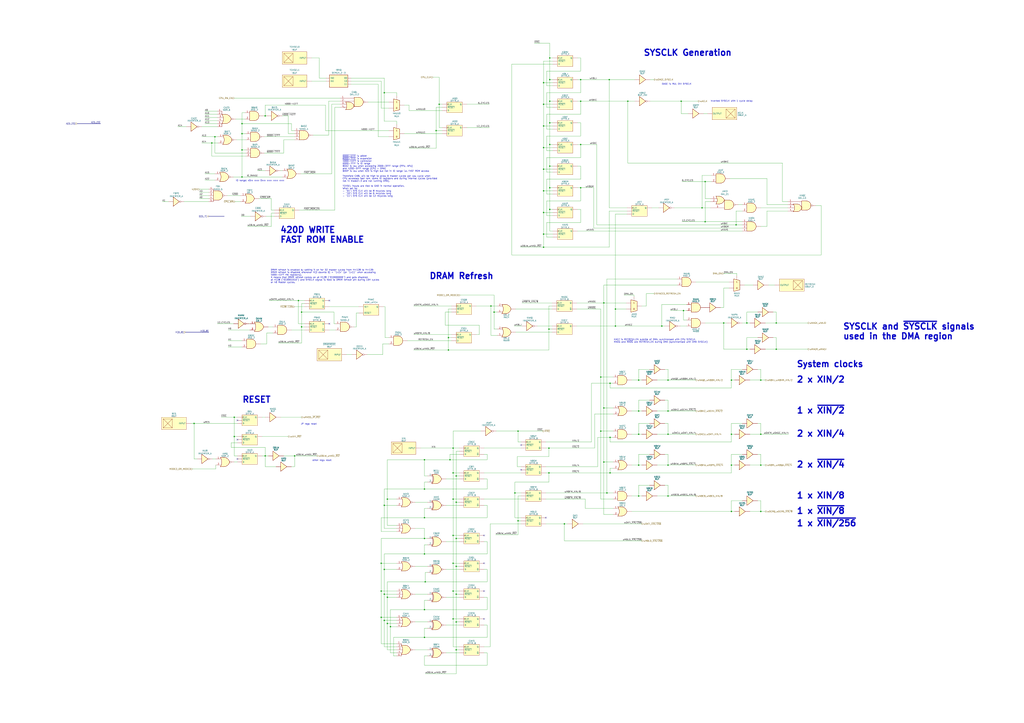
<source format=kicad_sch>
(kicad_sch (version 20230121) (generator eeschema)
  (paper "A1")
  (title_block (title "Reverse Engineered SNES S-CPU Schematics ") (date "2023-10-21") (rev "0.1") (company "Author: Regis Galland"))
  (junction (at 192.405 358.775))
  (junction (at 548.64 337.82))
  (junction (at 451.485 47.625))
  (junction (at 501.015 359.41))
  (junction (at 247.65 268.605))
  (junction (at 450.85 270.51))
  (junction (at 501.015 314.96))
  (junction (at 600.71 420.37))
  (junction (at 318.135 512.445))
  (junction (at 192.405 342.9))
  (junction (at 446.405 174.625))
  (junction (at 159.385 347.98))
  (junction (at 637.54 287.02))
  (junction (at 476.885 154.305))
  (junction (at 217.805 95.25))
  (junction (at 548.64 312.42))
  (junction (at 422.91 405.13))
  (junction (at 579.12 149.225))
  (junction (at 315.595 488.315))
  (junction (at 198.755 123.19))
  (junction (at 372.11 462.915))
  (junction (at 613.41 265.43))
  (junction (at 524.51 337.82))
  (junction (at 403.225 251.46))
  (junction (at 315.595 467.995))
  (junction (at 369.57 377.825))
  (junction (at 372.11 388.62))
  (junction (at 515.62 83.185))
  (junction (at 604.52 184.785))
  (junction (at 576.58 170.815))
  (junction (at 217.805 374.65))
  (junction (at 600.71 356.87))
  (junction (at 451.485 83.185))
  (junction (at 451.485 118.745))
  (junction (at 451.485 136.525))
  (junction (at 368.3 277.495))
  (junction (at 446.405 139.065))
  (junction (at 348.615 523.875))
  (junction (at 505.46 267.97))
  (junction (at 372.11 508.635))
  (junction (at 594.36 265.43))
  (junction (at 198.755 109.855))
  (junction (at 450.85 368.3))
  (junction (at 624.84 312.42))
  (junction (at 624.84 420.37))
  (junction (at 493.395 354.33))
  (junction (at 451.485 65.405))
  (junction (at 372.11 368.3))
  (junction (at 446.405 156.845))
  (junction (at 358.14 107.315))
  (junction (at 198.755 101.6))
  (junction (at 425.45 354.33))
  (junction (at 600.71 312.42))
  (junction (at 451.485 172.085))
  (junction (at 374.65 412.75))
  (junction (at 425.45 427.99))
  (junction (at 446.405 103.505))
  (junction (at 613.41 287.02))
  (junction (at 198.755 145.415))
  (junction (at 501.015 388.62))
  (junction (at 374.65 391.16))
  (junction (at 374.65 442.595))
  (junction (at 320.675 514.985))
  (junction (at 451.485 100.965))
  (junction (at 600.71 382.27))
  (junction (at 349.25 478.155))
  (junction (at 495.935 379.73))
  (junction (at 313.055 485.775))
  (junction (at 313.055 507.365))
  (junction (at 543.56 267.97))
  (junction (at 348.615 442.595))
  (junction (at 348.615 401.955))
  (junction (at 505.46 254))
  (junction (at 372.11 410.21))
  (junction (at 374.65 511.175))
  (junction (at 446.405 121.285))
  (junction (at 548.64 382.27))
  (junction (at 463.55 430.53))
  (junction (at 450.85 388.62))
  (junction (at 241.935 374.65))
  (junction (at 446.405 203.2))
  (junction (at 524.51 312.42))
  (junction (at 348.615 455.295))
  (junction (at 446.405 85.725))
  (junction (at 476.885 118.745))
  (junction (at 548.64 356.87))
  (junction (at 348.615 377.825))
  (junction (at 446.405 67.945))
  (junction (at 372.11 440.055))
  (junction (at 315.595 509.905))
  (junction (at 476.885 65.405))
  (junction (at 493.395 309.88))
  (junction (at 476.885 83.185))
  (junction (at 348.615 501.015))
  (junction (at 176.53 112.395))
  (junction (at 315.595 415.29))
  (junction (at 348.615 425.45))
  (junction (at 405.765 256.54))
  (junction (at 374.65 534.035))
  (junction (at 368.3 287.655))
  (junction (at 173.99 117.475))
  (junction (at 524.51 407.67))
  (junction (at 245.11 247.015))
  (junction (at 374.65 488.315))
  (junction (at 548.64 407.67))
  (junction (at 495.935 335.28))
  (junction (at 495.935 248.92))
  (junction (at 315.595 76.2))
  (junction (at 524.51 382.27))
  (junction (at 559.435 83.185))
  (junction (at 313.055 462.915))
  (junction (at 318.135 490.855))
  (junction (at 247.65 256.54))
  (junction (at 318.135 410.21))
  (junction (at 360.68 85.725))
  (junction (at 451.485 154.305))
  (junction (at 372.11 485.775))
  (junction (at 498.475 405.13))
  (junction (at 500.38 65.405))
  (junction (at 624.84 382.27))
  (junction (at 637.54 265.43))
  (junction (at 374.65 465.455))
  (junction (at 579.12 182.245))
  (junction (at 561.34 255.27))
  (junction (at 446.405 192.405))
  (junction (at 524.51 356.87))
  (junction (at 624.84 356.87))
  (no_connect (at 397.51 485.775))
  (no_connect (at 397.51 462.915))
  (no_connect (at 194.945 377.19))
  (no_connect (at 270.51 247.015))
  (no_connect (at 270.51 266.065))
  (no_connect (at 427.99 386.08))
  (no_connect (at 194.945 345.44))
  (no_connect (at 194.945 361.315))
  (no_connect (at 397.51 508.635))
  (no_connect (at 448.31 425.45))
  (no_connect (at 397.51 440.055))
  (no_connect (at 427.99 365.76))
  (wire (pts (xy 348.615 401.955) (xy 400.05 401.955)))
  (wire (pts (xy 319.405 83.82) (xy 302.26 83.82)))
  (wire (pts (xy 631.19 234.315) (xy 636.27 234.315)))
  (wire (pts (xy 548.64 303.53) (xy 548.64 312.42)))
  (wire (pts (xy 366.395 467.995) (xy 377.19 467.995)))
  (wire (pts (xy 490.855 359.41) (xy 490.855 383.54)))
  (wire (pts (xy 228.6 281.94) (xy 247.65 281.94)))
  (wire (pts (xy 600.71 312.42) (xy 600.71 318.77)))
  (wire (pts (xy 524.51 398.78) (xy 524.51 407.67)))
  (wire (pts (xy 368.3 277.495) (xy 370.84 277.495)))
  (wire (pts (xy 198.12 177.8) (xy 205.74 177.8)))
  (wire (pts (xy 363.22 104.775) (xy 360.68 104.775)))
  (wire (pts (xy 241.935 252.095) (xy 250.19 252.095)))
  (wire (pts (xy 176.53 125.73) (xy 201.93 125.73)))
  (wire (pts (xy 600.71 303.53) (xy 600.71 312.42)))
  (wire (pts (xy 571.5 231.775) (xy 598.805 231.775)))
  (wire (pts (xy 454.025 85.725) (xy 446.405 85.725)))
  (wire (pts (xy 534.035 83.185) (xy 559.435 83.185)))
  (wire (pts (xy 374.65 442.595) (xy 374.65 465.455)))
  (wire (pts (xy 241.935 374.65) (xy 260.35 374.65)))
  (wire (pts (xy 560.07 182.245) (xy 579.12 182.245)))
  (wire (pts (xy 318.135 512.445) (xy 325.755 512.445)))
  (wire (pts (xy 422.91 396.24) (xy 422.91 405.13)))
  (wire (pts (xy 397.51 373.38) (xy 400.05 373.38)))
  (wire (pts (xy 224.155 273.685) (xy 219.075 273.685)))
  (wire (pts (xy 463.55 444.5) (xy 463.55 430.53)))
  (wire (pts (xy 168.275 142.875) (xy 176.53 142.875)))
  (wire (pts (xy 454.025 67.945) (xy 446.405 67.945)))
  (wire (pts (xy 423.545 254) (xy 453.39 254)))
  (wire (pts (xy 600.71 373.38) (xy 609.6 373.38)))
  (wire (pts (xy 548.64 328.93) (xy 548.64 337.82)))
  (wire (pts (xy 372.11 440.055) (xy 377.19 440.055)))
  (wire (pts (xy 579.12 265.43) (xy 594.36 265.43)))
  (wire (pts (xy 340.995 511.175) (xy 351.155 511.175)))
  (wire (pts (xy 217.805 95.25) (xy 217.805 86.36)))
  (wire (pts (xy 192.405 379.73) (xy 194.945 379.73)))
  (wire (pts (xy 339.725 287.655) (xy 368.3 287.655)))
  (wire (pts (xy 480.695 417.83) (xy 503.555 417.83)))
  (wire (pts (xy 332.105 109.855) (xy 363.22 109.855)))
  (wire (pts (xy 543.56 267.97) (xy 546.1 267.97)))
  (wire (pts (xy 400.05 401.955) (xy 400.05 393.7)))
  (wire (pts (xy 159.385 347.98) (xy 159.385 377.19)))
  (wire (pts (xy 313.055 66.675) (xy 313.055 88.9)))
  (wire (pts (xy 313.055 442.595) (xy 348.615 442.595)))
  (wire (pts (xy 320.675 501.015) (xy 320.675 514.985)))
  (wire (pts (xy 400.05 467.995) (xy 397.51 467.995)))
  (wire (pts (xy 624.84 170.815) (xy 647.065 170.815)))
  (wire (pts (xy 637.54 287.02) (xy 663.575 287.02)))
  (wire (pts (xy 217.805 367.665) (xy 217.805 374.65)))
  (wire (pts (xy 579.12 165.735) (xy 579.12 182.245)))
  (wire (pts (xy 524.51 337.82) (xy 527.05 337.82)))
  (wire (pts (xy 548.64 398.78) (xy 546.1 398.78)))
  (wire (pts (xy 369.57 373.38) (xy 369.57 377.825)))
  (wire (pts (xy 340.995 412.75) (xy 351.155 412.75)))
  (wire (pts (xy 488.315 368.3) (xy 450.85 368.3)))
  (wire (pts (xy 451.485 35.56) (xy 451.485 47.625)))
  (wire (pts (xy 474.345 172.085) (xy 476.885 172.085)))
  (wire (pts (xy 383.54 104.775) (xy 401.955 104.775)))
  (wire (pts (xy 427.355 203.2) (xy 446.405 203.2)))
  (wire (pts (xy 500.38 65.405) (xy 500.38 170.815)))
  (wire (pts (xy 495.935 335.28) (xy 495.935 379.73)))
  (wire (pts (xy 372.11 368.3) (xy 372.11 388.62)))
  (wire (pts (xy 609.6 168.275) (xy 606.425 168.275)))
  (wire (pts (xy 600.71 382.27) (xy 603.25 382.27)))
  (wire (pts (xy 165.735 117.475) (xy 173.99 117.475)))
  (wire (pts (xy 476.885 154.305) (xy 476.885 165.1)))
  (wire (pts (xy 374.65 488.315) (xy 377.19 488.315)))
  (wire (pts (xy 579.12 163.195) (xy 583.565 163.195)))
  (wire (pts (xy 351.155 417.83) (xy 348.615 417.83)))
  (wire (pts (xy 424.815 383.54) (xy 427.99 383.54)))
  (wire (pts (xy 628.65 287.02) (xy 637.54 287.02)))
  (wire (pts (xy 368.3 254) (xy 370.84 254)))
  (wire (pts (xy 476.885 154.305) (xy 487.68 154.305)))
  (wire (pts (xy 400.05 415.29) (xy 400.05 425.45)))
  (wire (pts (xy 314.325 291.465) (xy 314.325 282.575)))
  (wire (pts (xy 453.39 270.51) (xy 450.85 270.51)))
  (wire (pts (xy 348.615 396.24) (xy 348.615 401.955)))
  (wire (pts (xy 425.45 407.67) (xy 425.45 427.99)))
  (wire (pts (xy 194.31 114.935) (xy 201.93 114.935)))
  (wire (pts (xy 230.505 342.9) (xy 247.65 342.9)))
  (bus (pts (xy 63.5 101.6) (xy 82.55 101.6)))
  (wire (pts (xy 189.865 367.665) (xy 189.865 363.855)))
  (wire (pts (xy 451.485 83.185) (xy 451.485 65.405)))
  (wire (pts (xy 454.025 83.185) (xy 451.485 83.185)))
  (wire (pts (xy 453.39 251.46) (xy 450.85 251.46)))
  (wire (pts (xy 503.555 384.81) (xy 501.015 384.81)))
  (wire (pts (xy 325.755 509.905) (xy 315.595 509.905)))
  (wire (pts (xy 316.23 252.095) (xy 316.23 277.495)))
  (wire (pts (xy 600.71 363.22) (xy 600.71 356.87)))
  (wire (pts (xy 351.155 470.535) (xy 349.25 470.535)))
  (wire (pts (xy 368.3 254) (xy 368.3 277.495)))
  (wire (pts (xy 674.37 209.55) (xy 420.37 209.55)))
  (wire (pts (xy 518.795 407.67) (xy 524.51 407.67)))
  (wire (pts (xy 351.155 447.675) (xy 348.615 447.675)))
  (wire (pts (xy 192.405 358.775) (xy 192.405 342.9)))
  (wire (pts (xy 274.955 172.72) (xy 274.955 88.265)))
  (wire (pts (xy 377.19 490.855) (xy 366.395 490.855)))
  (wire (pts (xy 448.945 147.32) (xy 448.945 159.385)))
  (wire (pts (xy 524.51 382.27) (xy 524.51 373.38)))
  (wire (pts (xy 270.51 252.095) (xy 294.64 252.095)))
  (wire (pts (xy 548.64 382.27) (xy 548.64 373.38)))
  (wire (pts (xy 448.31 368.3) (xy 450.85 368.3)))
  (wire (pts (xy 476.885 118.745) (xy 474.345 118.745)))
  (wire (pts (xy 133.35 165.735) (xy 138.43 165.735)))
  (wire (pts (xy 349.25 478.155) (xy 400.05 478.155)))
  (wire (pts (xy 451.485 83.185) (xy 451.485 100.965)))
  (wire (pts (xy 473.71 267.97) (xy 505.46 267.97)))
  (wire (pts (xy 600.71 420.37) (xy 603.25 420.37)))
  (wire (pts (xy 325.755 434.34) (xy 315.595 434.34)))
  (wire (pts (xy 319.405 277.495) (xy 316.23 277.495)))
  (wire (pts (xy 446.405 156.845) (xy 446.405 174.625)))
  (wire (pts (xy 262.255 64.135) (xy 267.97 64.135)))
  (wire (pts (xy 262.255 47.625) (xy 255.905 47.625)))
  (wire (pts (xy 448.945 70.485) (xy 454.025 70.485)))
  (wire (pts (xy 495.935 422.91) (xy 503.555 422.91)))
  (wire (pts (xy 407.67 354.33) (xy 425.45 354.33)))
  (wire (pts (xy 355.6 63.5) (xy 360.68 63.5)))
  (wire (pts (xy 365.76 267.335) (xy 393.7 267.335)))
  (wire (pts (xy 450.85 375.285) (xy 450.85 368.3)))
  (wire (pts (xy 539.75 382.27) (xy 548.64 382.27)))
  (wire (pts (xy 524.51 328.93) (xy 524.51 337.82)))
  (wire (pts (xy 245.11 266.065) (xy 250.19 266.065)))
  (wire (pts (xy 165.735 112.395) (xy 176.53 112.395)))
  (wire (pts (xy 503.555 340.36) (xy 488.315 340.36)))
  (wire (pts (xy 374.65 391.16) (xy 374.65 412.75)))
  (wire (pts (xy 448.31 410.21) (xy 480.695 410.21)))
  (wire (pts (xy 476.885 83.185) (xy 476.885 93.98)))
  (wire (pts (xy 230.505 140.335) (xy 231.775 140.335)))
  (wire (pts (xy 613.41 287.02) (xy 613.41 277.495)))
  (wire (pts (xy 168.275 91.44) (xy 178.435 91.44)))
  (wire (pts (xy 425.45 354.33) (xy 425.45 363.22)))
  (wire (pts (xy 292.735 268.605) (xy 292.735 257.175)))
  (wire (pts (xy 222.885 175.26) (xy 222.885 186.055)))
  (wire (pts (xy 490.855 359.41) (xy 501.015 359.41)))
  (wire (pts (xy 476.885 47.625) (xy 474.345 47.625)))
  (wire (pts (xy 530.86 251.46) (xy 527.05 251.46)))
  (wire (pts (xy 400.05 536.575) (xy 397.51 536.575)))
  (wire (pts (xy 515.62 83.185) (xy 521.335 83.185)))
  (wire (pts (xy 629.92 173.355) (xy 647.065 173.355)))
  (wire (pts (xy 351.155 539.115) (xy 348.615 539.115)))
  (wire (pts (xy 422.91 425.45) (xy 427.99 425.45)))
  (wire (pts (xy 255.905 66.675) (xy 267.97 66.675)))
  (wire (pts (xy 318.135 410.21) (xy 325.755 410.21)))
  (wire (pts (xy 168.275 147.955) (xy 176.53 147.955)))
  (wire (pts (xy 377.19 393.7) (xy 366.395 393.7)))
  (wire (pts (xy 448.945 147.32) (xy 476.885 147.32)))
  (wire (pts (xy 450.85 251.46) (xy 450.85 270.51)))
  (wire (pts (xy 405.765 242.57) (xy 405.765 256.54)))
  (wire (pts (xy 448.945 177.165) (xy 454.025 177.165)))
  (wire (pts (xy 505.46 175.895) (xy 514.985 175.895)))
  (wire (pts (xy 400.05 373.38) (xy 400.05 377.825)))
  (wire (pts (xy 530.86 241.3) (xy 530.86 251.46)))
  (wire (pts (xy 624.84 420.37) (xy 615.95 420.37)))
  (wire (pts (xy 325.755 490.855) (xy 318.135 490.855)))
  (wire (pts (xy 247.015 142.875) (xy 272.415 142.875)))
  (wire (pts (xy 600.71 312.42) (xy 603.25 312.42)))
  (wire (pts (xy 423.545 273.05) (xy 453.39 273.05)))
  (wire (pts (xy 501.015 384.81) (xy 501.015 388.62)))
  (wire (pts (xy 624.84 356.87) (xy 624.84 347.98)))
  (wire (pts (xy 189.865 363.855) (xy 194.945 363.855)))
  (wire (pts (xy 290.83 268.605) (xy 292.735 268.605)))
  (wire (pts (xy 454.025 136.525) (xy 451.485 136.525)))
  (wire (pts (xy 163.83 163.195) (xy 171.45 163.195)))
  (wire (pts (xy 192.405 358.775) (xy 192.405 374.65)))
  (wire (pts (xy 198.755 101.6) (xy 239.395 101.6)))
  (wire (pts (xy 313.055 462.915) (xy 313.055 485.775)))
  (wire (pts (xy 498.475 229.235) (xy 498.475 405.13)))
  (wire (pts (xy 349.25 470.535) (xy 349.25 478.155)))
  (wire (pts (xy 405.765 256.54) (xy 408.305 256.54)))
  (wire (pts (xy 339.725 251.46) (xy 370.84 251.46)))
  (wire (pts (xy 420.37 209.55) (xy 420.37 52.705)))
  (wire (pts (xy 360.68 63.5) (xy 360.68 85.725)))
  (wire (pts (xy 241.935 383.54) (xy 241.935 374.65)))
  (wire (pts (xy 217.805 86.36) (xy 267.335 86.36)))
  (wire (pts (xy 487.68 187.325) (xy 609.6 187.325)))
  (wire (pts (xy 493.395 354.33) (xy 503.555 354.33)))
  (wire (pts (xy 397.51 388.62) (xy 427.99 388.62)))
  (wire (pts (xy 454.025 121.285) (xy 446.405 121.285)))
  (wire (pts (xy 325.755 436.88) (xy 313.055 436.88)))
  (wire (pts (xy 576.58 170.815) (xy 583.565 170.815)))
  (wire (pts (xy 476.885 83.185) (xy 515.62 83.185)))
  (wire (pts (xy 622.3 277.495) (xy 613.41 277.495)))
  (wire (pts (xy 360.68 85.725) (xy 363.22 85.725)))
  (wire (pts (xy 163.83 160.655) (xy 171.45 160.655)))
  (wire (pts (xy 448.945 182.88) (xy 448.945 194.945)))
  (wire (pts (xy 215.265 374.65) (xy 217.805 374.65)))
  (wire (pts (xy 163.83 158.115) (xy 171.45 158.115)))
  (wire (pts (xy 448.945 141.605) (xy 454.025 141.605)))
  (wire (pts (xy 451.485 189.865) (xy 451.485 172.085)))
  (wire (pts (xy 365.76 267.335) (xy 365.76 256.54)))
  (wire (pts (xy 174.625 377.19) (xy 177.165 377.19)))
  (wire (pts (xy 448.31 363.22) (xy 485.775 363.22)))
  (wire (pts (xy 325.755 467.995) (xy 315.595 467.995)))
  (wire (pts (xy 372.11 508.635) (xy 372.11 531.495)))
  (wire (pts (xy 192.405 342.9) (xy 194.945 342.9)))
  (wire (pts (xy 323.215 539.115) (xy 323.215 523.875)))
  (wire (pts (xy 474.345 189.865) (xy 609.6 189.865)))
  (wire (pts (xy 448.945 129.54) (xy 476.885 129.54)))
  (wire (pts (xy 600.71 347.98) (xy 609.6 347.98)))
  (wire (pts (xy 267.335 86.36) (xy 267.335 107.315)))
  (wire (pts (xy 600.71 373.38) (xy 600.71 382.27)))
  (wire (pts (xy 348.615 539.115) (xy 348.615 546.735)))
  (wire (pts (xy 348.615 447.675) (xy 348.615 455.295)))
  (wire (pts (xy 448.945 76.2) (xy 448.945 88.265)))
  (wire (pts (xy 198.755 123.19) (xy 198.755 145.415)))
  (wire (pts (xy 622.3 256.54) (xy 613.41 256.54)))
  (wire (pts (xy 515.62 133.985) (xy 515.62 83.185)))
  (wire (pts (xy 548.64 303.53) (xy 546.1 303.53)))
  (wire (pts (xy 476.885 83.185) (xy 474.345 83.185)))
  (wire (pts (xy 448.945 182.88) (xy 476.885 182.88)))
  (wire (pts (xy 524.51 407.67) (xy 527.05 407.67)))
  (wire (pts (xy 424.815 375.285) (xy 450.85 375.285)))
  (wire (pts (xy 501.015 363.22) (xy 600.71 363.22)))
  (wire (pts (xy 600.71 318.77) (xy 501.015 318.77)))
  (wire (pts (xy 397.51 368.3) (xy 427.99 368.3)))
  (wire (pts (xy 239.395 271.145) (xy 250.19 271.145)))
  (wire (pts (xy 628.65 265.43) (xy 637.54 265.43)))
  (wire (pts (xy 454.025 174.625) (xy 446.405 174.625)))
  (wire (pts (xy 400.05 490.855) (xy 397.51 490.855)))
  (wire (pts (xy 315.595 488.315) (xy 325.755 488.315)))
  (wire (pts (xy 374.65 488.315) (xy 374.65 511.175)))
  (wire (pts (xy 548.64 337.82) (xy 571.5 337.82)))
  (wire (pts (xy 441.325 267.97) (xy 453.39 267.97)))
  (wire (pts (xy 520.7 242.57) (xy 520.7 243.84)))
  (wire (pts (xy 245.11 247.015) (xy 245.11 266.065)))
  (wire (pts (xy 348.615 417.83) (xy 348.615 425.45)))
  (wire (pts (xy 348.615 493.395) (xy 351.155 493.395)))
  (wire (pts (xy 629.92 186.055) (xy 629.92 173.355)))
  (wire (pts (xy 314.96 252.095) (xy 316.23 252.095)))
  (wire (pts (xy 524.51 303.53) (xy 524.51 312.42)))
  (wire (pts (xy 198.755 280.035) (xy 187.325 280.035)))
  (wire (pts (xy 561.34 255.27) (xy 561.34 262.89)))
  (wire (pts (xy 292.735 257.175) (xy 294.64 257.175)))
  (wire (pts (xy 543.56 250.19) (xy 563.88 250.19)))
  (wire (pts (xy 192.405 358.775) (xy 194.945 358.775)))
  (wire (pts (xy 518.795 337.82) (xy 524.51 337.82)))
  (wire (pts (xy 427.99 407.67) (xy 425.45 407.67)))
  (wire (pts (xy 524.51 347.98) (xy 533.4 347.98)))
  (wire (pts (xy 476.885 65.405) (xy 476.885 76.2)))
  (wire (pts (xy 476.885 65.405) (xy 500.38 65.405)))
  (wire (pts (xy 403.225 275.59) (xy 408.305 275.59)))
  (wire (pts (xy 315.595 467.995) (xy 315.595 488.315)))
  (wire (pts (xy 448.31 405.13) (xy 498.475 405.13)))
  (wire (pts (xy 325.755 462.915) (xy 313.055 462.915)))
  (wire (pts (xy 225.425 172.72) (xy 222.885 172.72)))
  (wire (pts (xy 476.885 136.525) (xy 476.885 147.32)))
  (wire (pts (xy 198.755 109.855) (xy 201.93 109.855)))
  (wire (pts (xy 591.82 252.73) (xy 594.36 252.73)))
  (wire (pts (xy 186.69 160.655) (xy 197.485 160.655)))
  (wire (pts (xy 318.135 478.155) (xy 318.135 490.855)))
  (wire (pts (xy 629.92 168.275) (xy 647.065 168.275)))
  (wire (pts (xy 348.615 401.955) (xy 315.595 401.955)))
  (wire (pts (xy 198.755 101.6) (xy 198.755 109.855)))
  (wire (pts (xy 448.945 165.1) (xy 476.885 165.1)))
  (wire (pts (xy 642.62 165.735) (xy 647.065 165.735)))
  (wire (pts (xy 560.07 149.225) (xy 579.12 149.225)))
  (wire (pts (xy 539.75 407.67) (xy 548.64 407.67)))
  (wire (pts (xy 181.61 342.9) (xy 192.405 342.9)))
  (wire (pts (xy 546.1 347.98) (xy 548.64 347.98)))
  (wire (pts (xy 454.025 139.065) (xy 446.405 139.065)))
  (wire (pts (xy 402.59 430.53) (xy 427.99 430.53)))
  (wire (pts (xy 400.05 445.135) (xy 397.51 445.135)))
  (wire (pts (xy 178.435 266.065) (xy 191.77 266.065)))
  (wire (pts (xy 391.16 251.46) (xy 403.225 251.46)))
  (wire (pts (xy 374.65 370.84) (xy 377.19 370.84)))
  (wire (pts (xy 318.135 377.825) (xy 348.615 377.825)))
  (wire (pts (xy 279.4 83.185) (xy 269.875 83.185)))
  (wire (pts (xy 454.025 100.965) (xy 451.485 100.965)))
  (wire (pts (xy 505.46 254) (xy 514.35 254)))
  (wire (pts (xy 474.345 154.305) (xy 476.885 154.305)))
  (wire (pts (xy 548.64 407.67) (xy 571.5 407.67)))
  (wire (pts (xy 250.19 268.605) (xy 247.65 268.605)))
  (wire (pts (xy 374.65 553.72) (xy 374.65 534.035)))
  (wire (pts (xy 451.485 136.525) (xy 451.485 118.745)))
  (wire (pts (xy 637.54 287.02) (xy 637.54 277.495)))
  (wire (pts (xy 451.485 47.625) (xy 451.485 65.405)))
  (wire (pts (xy 176.53 112.395) (xy 176.53 125.73)))
  (wire (pts (xy 624.84 420.37) (xy 628.65 420.37)))
  (wire (pts (xy 400.05 513.715) (xy 397.51 513.715)))
  (wire (pts (xy 495.935 234.315) (xy 495.935 248.92)))
  (wire (pts (xy 448.945 106.045) (xy 454.025 106.045)))
  (wire (pts (xy 534.035 65.405) (xy 537.21 65.405)))
  (wire (pts (xy 624.84 186.055) (xy 629.92 186.055)))
  (wire (pts (xy 383.54 85.725) (xy 401.955 85.725)))
  (wire (pts (xy 274.32 266.065) (xy 275.59 266.065)))
  (wire (pts (xy 348.615 523.875) (xy 400.05 523.875)))
  (wire (pts (xy 624.84 411.48) (xy 624.84 420.37)))
  (wire (pts (xy 313.055 442.595) (xy 313.055 462.915)))
  (wire (pts (xy 493.395 309.88) (xy 503.555 309.88)))
  (wire (pts (xy 615.95 312.42) (xy 624.84 312.42)))
  (wire (pts (xy 372.11 462.915) (xy 372.11 485.775)))
  (wire (pts (xy 372.11 508.635) (xy 377.19 508.635)))
  (wire (pts (xy 579.12 182.245) (xy 609.6 182.245)))
  (wire (pts (xy 348.615 516.255) (xy 351.155 516.255)))
  (wire (pts (xy 377.19 536.575) (xy 366.395 536.575)))
  (wire (pts (xy 448.945 111.76) (xy 476.885 111.76)))
  (wire (pts (xy 301.625 291.465) (xy 314.325 291.465)))
  (wire (pts (xy 315.595 488.315) (xy 315.595 509.905)))
  (wire (pts (xy 505.46 267.97) (xy 543.56 267.97)))
  (wire (pts (xy 192.405 80.645) (xy 279.4 80.645)))
  (wire (pts (xy 374.65 511.175) (xy 374.65 534.035)))
  (wire (pts (xy 533.4 303.53) (xy 524.51 303.53)))
  (wire (pts (xy 239.395 101.6) (xy 239.395 107.315)))
  (wire (pts (xy 604.52 173.355) (xy 604.52 184.785)))
  (wire (pts (xy 325.755 485.775) (xy 313.055 485.775)))
  (wire (pts (xy 584.2 149.225) (xy 579.12 149.225)))
  (wire (pts (xy 274.32 256.54) (xy 274.32 266.065)))
  (wire (pts (xy 320.675 536.575) (xy 325.755 536.575)))
  (wire (pts (xy 579.12 149.225) (xy 579.12 163.195)))
  (wire (pts (xy 348.615 455.295) (xy 400.05 455.295)))
  (wire (pts (xy 563.88 267.97) (xy 558.8 267.97)))
  (wire (pts (xy 315.595 415.29) (xy 315.595 401.955)))
  (wire (pts (xy 600.71 347.98) (xy 600.71 356.87)))
  (wire (pts (xy 518.795 312.42) (xy 524.51 312.42)))
  (wire (pts (xy 605.155 224.79) (xy 605.155 226.695)))
  (wire (pts (xy 348.615 391.16) (xy 348.615 377.825)))
  (wire (pts (xy 391.16 274.955) (xy 393.7 274.955)))
  (wire (pts (xy 454.025 154.305) (xy 451.485 154.305)))
  (wire (pts (xy 495.935 379.73) (xy 503.555 379.73)))
  (wire (pts (xy 400.05 523.875) (xy 400.05 513.715)))
  (wire (pts (xy 669.925 168.91) (xy 674.37 168.91)))
  (wire (pts (xy 448.945 93.98) (xy 448.945 106.045)))
  (wire (pts (xy 217.805 383.54) (xy 226.695 383.54)))
  (wire (pts (xy 310.515 112.395) (xy 319.405 112.395)))
  (wire (pts (xy 250.19 249.555) (xy 247.65 249.555)))
  (wire (pts (xy 216.535 95.25) (xy 217.805 95.25)))
  (wire (pts (xy 485.775 314.96) (xy 501.015 314.96)))
  (wire (pts (xy 351.155 391.16) (xy 348.615 391.16)))
  (wire (pts (xy 512.445 242.57) (xy 520.7 242.57)))
  (wire (pts (xy 372.11 388.62) (xy 372.11 410.21)))
  (wire (pts (xy 315.595 64.135) (xy 315.595 76.2)))
  (wire (pts (xy 600.71 382.27) (xy 600.71 388.62)))
  (wire (pts (xy 397.51 410.21) (xy 427.99 410.21)))
  (wire (pts (xy 635 277.495) (xy 637.54 277.495)))
  (wire (pts (xy 448.945 123.825) (xy 454.025 123.825)))
  (wire (pts (xy 372.11 485.775) (xy 377.19 485.775)))
  (wire (pts (xy 198.755 92.71) (xy 201.295 92.71)))
  (wire (pts (xy 220.345 374.65) (xy 217.805 374.65)))
  (wire (pts (xy 250.19 247.015) (xy 245.11 247.015)))
  (wire (pts (xy 156.845 347.98) (xy 159.385 347.98)))
  (wire (pts (xy 422.91 405.13) (xy 427.99 405.13)))
  (wire (pts (xy 594.36 265.43) (xy 594.36 287.02)))
  (wire (pts (xy 231.775 95.25) (xy 236.855 95.25)))
  (wire (pts (xy 323.215 523.875) (xy 348.615 523.875)))
  (wire (pts (xy 454.025 189.865) (xy 451.485 189.865)))
  (wire (pts (xy 374.65 370.84) (xy 374.65 391.16)))
  (wire (pts (xy 159.385 347.98) (xy 194.945 347.98)))
  (wire (pts (xy 425.45 427.99) (xy 427.99 427.99)))
  (wire (pts (xy 550.545 255.27) (xy 561.34 255.27)))
  (wire (pts (xy 448.945 165.1) (xy 448.945 177.165)))
  (wire (pts (xy 233.045 114.935) (xy 241.935 114.935)))
  (wire (pts (xy 325.755 539.115) (xy 323.215 539.115)))
  (wire (pts (xy 501.015 318.77) (xy 501.015 314.96)))
  (wire (pts (xy 446.405 192.405) (xy 446.405 203.2)))
  (wire (pts (xy 215.265 358.775) (xy 236.855 358.775)))
  (wire (pts (xy 194.945 374.65) (xy 192.405 374.65)))
  (wire (pts (xy 374.65 534.035) (xy 377.19 534.035)))
  (wire (pts (xy 408.305 270.51) (xy 405.765 270.51)))
  (wire (pts (xy 535.305 170.815) (xy 541.02 170.815)))
  (wire (pts (xy 454.025 156.845) (xy 446.405 156.845)))
  (wire (pts (xy 448.945 58.42) (xy 448.945 70.485)))
  (wire (pts (xy 594.36 236.855) (xy 594.36 252.73)))
  (wire (pts (xy 495.935 234.315) (xy 556.26 234.315)))
  (wire (pts (xy 577.85 93.345) (xy 581.025 93.345)))
  (wire (pts (xy 315.595 455.295) (xy 315.595 467.995)))
  (wire (pts (xy 372.11 462.915) (xy 377.19 462.915)))
  (wire (pts (xy 446.405 67.945) (xy 446.405 85.725)))
  (wire (pts (xy 168.275 93.98) (xy 178.435 93.98)))
  (wire (pts (xy 493.395 309.88) (xy 493.395 354.33)))
  (wire (pts (xy 604.52 184.785) (xy 609.6 184.785)))
  (wire (pts (xy 365.76 256.54) (xy 370.84 256.54)))
  (wire (pts (xy 463.55 430.53) (xy 466.09 430.53)))
  (wire (pts (xy 217.17 112.395) (xy 241.935 112.395)))
  (wire (pts (xy 318.135 478.155) (xy 349.25 478.155)))
  (wire (pts (xy 548.64 312.42) (xy 571.5 312.42)))
  (wire (pts (xy 624.84 382.27) (xy 624.84 373.38)))
  (wire (pts (xy 446.405 192.405) (xy 454.025 192.405)))
  (wire (pts (xy 374.65 391.16) (xy 377.19 391.16)))
  (wire (pts (xy 405.765 242.57) (xy 377.825 242.57)))
  (wire (pts (xy 533.4 398.78) (xy 524.51 398.78)))
  (wire (pts (xy 403.225 251.46) (xy 408.305 251.46)))
  (wire (pts (xy 288.29 69.215) (xy 310.515 69.215)))
  (wire (pts (xy 325.755 528.955) (xy 313.055 528.955)))
  (wire (pts (xy 158.115 385.445) (xy 177.165 385.445)))
  (wire (pts (xy 559.435 93.345) (xy 559.435 83.185)))
  (wire (pts (xy 476.885 118.745) (xy 476.885 129.54)))
  (wire (pts (xy 579.12 165.735) (xy 583.565 165.735)))
  (wire (pts (xy 476.885 100.965) (xy 476.885 111.76)))
  (wire (pts (xy 563.88 262.89) (xy 561.34 262.89)))
  (wire (pts (xy 173.99 128.27) (xy 201.93 128.27)))
  (wire (pts (xy 624.84 382.27) (xy 628.65 382.27)))
  (wire (pts (xy 514.985 173.355) (xy 500.38 173.355)))
  (wire (pts (xy 487.68 187.325) (xy 487.68 154.305)))
  (wire (pts (xy 450.85 396.24) (xy 450.85 388.62)))
  (wire (pts (xy 613.41 256.54) (xy 613.41 265.43)))
  (wire (pts (xy 198.755 145.415) (xy 231.775 145.415)))
  (wire (pts (xy 501.015 359.41) (xy 503.555 359.41)))
  (wire (pts (xy 490.22 184.785) (xy 604.52 184.785)))
  (wire (pts (xy 245.745 172.72) (xy 274.955 172.72)))
  (wire (pts (xy 318.135 431.8) (xy 325.755 431.8)))
  (wire (pts (xy 422.91 405.13) (xy 422.91 425.45)))
  (wire (pts (xy 348.615 546.735) (xy 400.05 546.735)))
  (wire (pts (xy 236.855 109.855) (xy 236.855 95.25)))
  (wire (pts (xy 425.45 354.33) (xy 445.77 354.33)))
  (wire (pts (xy 241.935 109.855) (xy 236.855 109.855)))
  (wire (pts (xy 559.435 93.345) (xy 565.15 93.345)))
  (wire (pts (xy 270.51 271.145) (xy 275.59 271.145)))
  (wire (pts (xy 233.045 374.65) (xy 241.935 374.65)))
  (wire (pts (xy 313.055 88.9) (xy 319.405 88.9)))
  (wire (pts (xy 446.405 85.725) (xy 446.405 103.505)))
  (wire (pts (xy 594.36 287.02) (xy 613.41 287.02)))
  (wire (pts (xy 451.485 154.305) (xy 451.485 172.085)))
  (wire (pts (xy 159.385 377.19) (xy 161.925 377.19)))
  (wire (pts (xy 438.785 35.56) (xy 451.485 35.56)))
  (wire (pts (xy 315.595 64.135) (xy 288.29 64.135)))
  (wire (pts (xy 576.58 144.145) (xy 584.2 144.145)))
  (wire (pts (xy 335.915 90.805) (xy 363.22 90.805)))
  (wire (pts (xy 400.05 546.735) (xy 400.05 536.575)))
  (wire (pts (xy 348.615 516.255) (xy 348.615 523.875)))
  (wire (pts (xy 576.58 144.145) (xy 576.58 170.815)))
  (wire (pts (xy 448.945 194.945) (xy 454.025 194.945)))
  (wire (pts (xy 454.025 47.625) (xy 451.485 47.625)))
  (wire (pts (xy 363.22 107.315) (xy 358.14 107.315)))
  (wire (pts (xy 446.405 203.2) (xy 500.38 203.2)))
  (wire (pts (xy 603.25 356.87) (xy 600.71 356.87)))
  (wire (pts (xy 624.84 373.38) (xy 622.3 373.38)))
  (wire (pts (xy 454.025 50.165) (xy 446.405 50.165)))
  (wire (pts (xy 366.395 445.135) (xy 377.19 445.135)))
  (wire (pts (xy 369.57 377.825) (xy 400.05 377.825)))
  (wire (pts (xy 600.71 411.48) (xy 600.71 420.37)))
  (wire (pts (xy 480.695 410.21) (xy 480.695 417.83)))
  (wire (pts (xy 448.945 111.76) (xy 448.945 123.825)))
  (wire (pts (xy 320.675 501.015) (xy 348.615 501.015)))
  (wire (pts (xy 524.51 356.87) (xy 527.05 356.87)))
  (wire (pts (xy 351.155 396.24) (xy 348.615 396.24)))
  (wire (pts (xy 446.405 174.625) (xy 446.405 192.405)))
  (wire (pts (xy 613.41 265.43) (xy 609.6 265.43)))
  (wire (pts (xy 629.92 146.685) (xy 629.92 168.275)))
  (wire (pts (xy 548.64 356.87) (xy 571.5 356.87)))
  (wire (pts (xy 262.255 47.625) (xy 262.255 64.135)))
  (wire (pts (xy 318.135 410.21) (xy 318.135 431.8)))
  (wire (pts (xy 613.41 287.02) (xy 615.95 287.02)))
  (wire (pts (xy 559.435 83.185) (xy 573.405 83.185)))
  (wire (pts (xy 637.54 265.43) (xy 663.575 265.43)))
  (wire (pts (xy 320.675 536.575) (xy 320.675 514.985)))
  (wire (pts (xy 212.725 163.195) (xy 222.885 163.195)))
  (wire (pts (xy 598.805 236.855) (xy 594.36 236.855)))
  (wire (pts (xy 217.805 95.25) (xy 219.075 95.25)))
  (wire (pts (xy 348.615 455.295) (xy 315.595 455.295)))
  (wire (pts (xy 454.025 103.505) (xy 446.405 103.505)))
  (wire (pts (xy 372.11 410.21) (xy 377.19 410.21)))
  (wire (pts (xy 624.84 347.98) (xy 622.3 347.98)))
  (wire (pts (xy 315.595 76.2) (xy 325.755 76.2)))
  (wire (pts (xy 325.755 514.985) (xy 320.675 514.985)))
  (wire (pts (xy 340.995 534.035) (xy 351.155 534.035)))
  (wire (pts (xy 476.885 118.745) (xy 490.22 118.745)))
  (wire (pts (xy 372.11 368.3) (xy 377.19 368.3)))
  (wire (pts (xy 369.57 373.38) (xy 377.19 373.38)))
  (wire (pts (xy 524.51 373.38) (xy 533.4 373.38)))
  (wire (pts (xy 247.65 249.555) (xy 247.65 256.54)))
  (wire (pts (xy 500.38 170.815) (xy 514.985 170.815)))
  (wire (pts (xy 217.805 342.9) (xy 215.265 342.9)))
  (wire (pts (xy 325.755 99.695) (xy 315.595 99.695)))
  (wire (pts (xy 561.34 255.27) (xy 563.88 255.27)))
  (wire (pts (xy 594.36 265.43) (xy 596.9 265.43)))
  (wire (pts (xy 222.885 172.72) (xy 222.885 163.195)))
  (wire (pts (xy 348.615 501.015) (xy 400.05 501.015)))
  (wire (pts (xy 446.405 139.065) (xy 446.405 156.845)))
  (wire (pts (xy 539.75 356.87) (xy 548.64 356.87)))
  (wire (pts (xy 488.315 340.36) (xy 488.315 368.3)))
  (wire (pts (xy 448.31 430.53) (xy 463.55 430.53)))
  (wire (pts (xy 168.275 101.6) (xy 178.435 101.6)))
  (wire (pts (xy 198.755 285.115) (xy 187.325 285.115)))
  (wire (pts (xy 377.19 388.62) (xy 372.11 388.62)))
  (wire (pts (xy 177.165 385.445) (xy 177.165 382.27)))
  (wire (pts (xy 187.325 271.145) (xy 205.105 271.145)))
  (wire (pts (xy 334.645 280.035) (xy 370.84 280.035)))
  (wire (pts (xy 448.945 76.2) (xy 476.885 76.2)))
  (wire (pts (xy 358.14 88.265) (xy 358.14 107.315)))
  (wire (pts (xy 340.995 434.34) (xy 348.615 434.34)))
  (wire (pts (xy 348.615 442.595) (xy 351.155 442.595)))
  (wire (pts (xy 530.86 241.3) (xy 537.21 241.3)))
  (wire (pts (xy 450.85 287.655) (xy 450.85 270.51)))
  (wire (pts (xy 358.14 107.315) (xy 358.14 121.92)))
  (wire (pts (xy 247.65 256.54) (xy 247.65 268.605)))
  (wire (pts (xy 397.51 393.7) (xy 400.05 393.7)))
  (wire (pts (xy 339.725 274.955) (xy 370.84 274.955)))
  (wire (pts (xy 193.04 165.735) (xy 197.485 165.735)))
  (wire (pts (xy 613.41 265.43) (xy 615.95 265.43)))
  (wire (pts (xy 527.05 382.27) (xy 524.51 382.27)))
  (wire (pts (xy 609.6 303.53) (xy 600.71 303.53)))
  (wire (pts (xy 476.885 172.085) (xy 476.885 182.88)))
  (wire (pts (xy 372.11 440.055) (xy 372.11 462.915)))
  (wire (pts (xy 503.555 405.13) (xy 498.475 405.13)))
  (wire (pts (xy 474.345 100.965) (xy 476.885 100.965)))
  (wire (pts (xy 393.7 274.955) (xy 393.7 267.335)))
  (wire (pts (xy 518.795 420.37) (xy 600.71 420.37)))
  (wire (pts (xy 313.055 507.365) (xy 313.055 528.955)))
  (wire (pts (xy 269.875 83.185) (xy 269.875 111.125)))
  (wire (pts (xy 239.395 383.54) (xy 241.935 383.54)))
  (wire (pts (xy 624.84 356.87) (xy 647.7 356.87)))
  (wire (pts (xy 476.885 47.625) (xy 476.885 58.42)))
  (wire (pts (xy 163.83 155.575) (xy 171.45 155.575)))
  (wire (pts (xy 524.51 347.98) (xy 524.51 356.87)))
  (wire (pts (xy 377.19 513.715) (xy 366.395 513.715)))
  (wire (pts (xy 397.51 415.29) (xy 400.05 415.29)))
  (wire (pts (xy 490.22 118.745) (xy 490.22 184.785)))
  (wire (pts (xy 325.755 102.235) (xy 325.755 99.695)))
  (wire (pts (xy 176.53 112.395) (xy 179.07 112.395)))
  (wire (pts (xy 368.3 287.655) (xy 450.85 287.655)))
  (wire (pts (xy 247.65 268.605) (xy 247.65 281.94)))
  (wire (pts (xy 274.955 88.265) (xy 279.4 88.265)))
  (wire (pts (xy 500.38 173.355) (xy 500.38 203.2)))
  (wire (pts (xy 485.775 363.22) (xy 485.775 314.96)))
  (wire (pts (xy 191.77 145.415) (xy 198.755 145.415)))
  (wire (pts (xy 428.625 248.92) (xy 453.39 248.92)))
  (wire (pts (xy 420.37 52.705) (xy 454.025 52.705)))
  (wire (pts (xy 211.455 140.335) (xy 217.805 140.335)))
  (wire (pts (xy 198.755 123.19) (xy 201.93 123.19)))
  (wire (pts (xy 340.995 465.455) (xy 351.155 465.455)))
  (wire (pts (xy 363.22 88.265) (xy 358.14 88.265)))
  (wire (pts (xy 374.65 442.595) (xy 377.19 442.595)))
  (wire (pts (xy 193.675 97.79) (xy 201.295 97.79)))
  (wire (pts (xy 245.11 247.015) (xy 220.98 247.015)))
  (wire (pts (xy 448.31 388.62) (xy 450.85 388.62)))
  (wire (pts (xy 451.485 118.745) (xy 454.025 118.745)))
  (wire (pts (xy 279.4 85.725) (xy 272.415 85.725)))
  (wire (pts (xy 315.595 434.34) (xy 315.595 415.29)))
  (wire (pts (xy 493.395 309.88) (xy 493.395 254)))
  (wire (pts (xy 637.54 265.43) (xy 637.54 256.54)))
  (wire (pts (xy 501.015 359.41) (xy 501.015 363.22)))
  (wire (pts (xy 548.64 337.82) (xy 539.75 337.82)))
  (wire (pts (xy 427.99 363.22) (xy 425.45 363.22)))
  (wire (pts (xy 609.6 411.48) (xy 600.71 411.48)))
  (wire (pts (xy 203.2 186.055) (xy 222.885 186.055)))
  (wire (pts (xy 424.815 375.285) (xy 424.815 383.54)))
  (wire (pts (xy 348.615 377.825) (xy 369.57 377.825)))
  (wire (pts (xy 548.64 398.78) (xy 548.64 407.67)))
  (wire (pts (xy 372.11 410.21) (xy 372.11 440.055)))
  (wire (pts (xy 372.11 531.495) (xy 377.19 531.495)))
  (wire (pts (xy 313.055 436.88) (xy 313.055 425.45)))
  (wire (pts (xy 405.765 256.54) (xy 405.765 270.51)))
  (wire (pts (xy 474.345 136.525) (xy 476.885 136.525)))
  (wire (pts (xy 217.17 125.73) (xy 233.045 125.73)))
  (wire (pts (xy 217.805 367.665) (xy 189.865 367.665)))
  (wire (pts (xy 372.11 354.33) (xy 394.97 354.33)))
  (wire (pts (xy 476.885 65.405) (xy 474.345 65.405)))
  (wire (pts (xy 219.075 273.685) (xy 219.075 282.575)))
  (wire (pts (xy 548.64 373.38) (xy 546.1 373.38)))
  (wire (pts (xy 340.995 488.315) (xy 351.155 488.315)))
  (wire (pts (xy 267.335 107.315) (xy 319.405 107.315)))
  (wire (pts (xy 624.84 312.42) (xy 624.84 303.53)))
  (wire (pts (xy 543.56 250.19) (xy 543.56 267.97)))
  (wire (pts (xy 377.19 415.29) (xy 366.395 415.29)))
  (wire (pts (xy 372.11 485.775) (xy 372.11 508.635)))
  (wire (pts (xy 313.055 485.775) (xy 313.055 507.365)))
  (wire (pts (xy 348.615 434.34) (xy 348.615 442.595)))
  (wire (pts (xy 446.405 103.505) (xy 446.405 121.285)))
  (wire (pts (xy 448.945 159.385) (xy 454.025 159.385)))
  (wire (pts (xy 635 256.54) (xy 637.54 256.54)))
  (wire (pts (xy 495.935 248.92) (xy 514.35 248.92)))
  (wire (pts (xy 624.84 303.53) (xy 622.3 303.53)))
  (wire (pts (xy 345.44 368.3) (xy 372.11 368.3)))
  (wire (pts (xy 548.64 328.93) (xy 546.1 328.93)))
  (wire (pts (xy 615.95 382.27) (xy 624.84 382.27)))
  (wire (pts (xy 348.615 425.45) (xy 400.05 425.45)))
  (wire (pts (xy 400.05 501.015) (xy 400.05 490.855)))
  (wire (pts (xy 272.415 85.725) (xy 272.415 142.875)))
  (wire (pts (xy 548.64 382.27) (xy 571.5 382.27)))
  (wire (pts (xy 168.275 99.06) (xy 178.435 99.06)))
  (wire (pts (xy 407.035 439.42) (xy 425.45 439.42)))
  (wire (pts (xy 518.795 356.87) (xy 524.51 356.87)))
  (wire (pts (xy 225.425 175.26) (xy 222.885 175.26)))
  (wire (pts (xy 503.555 335.28) (xy 495.935 335.28)))
  (wire (pts (xy 448.31 383.54) (xy 490.855 383.54)))
  (wire (pts (xy 173.99 117.475) (xy 179.07 117.475)))
  (wire (pts (xy 218.44 177.8) (xy 225.425 177.8)))
  (wire (pts (xy 425.45 439.42) (xy 425.45 427.99)))
  (wire (pts (xy 451.485 100.965) (xy 451.485 118.745)))
  (wire (pts (xy 473.71 248.92) (xy 495.935 248.92)))
  (wire (pts (xy 448.945 88.265) (xy 454.025 88.265)))
  (wire (pts (xy 448.945 129.54) (xy 448.945 141.605)))
  (wire (pts (xy 168.275 96.52) (xy 178.435 96.52)))
  (wire (pts (xy 478.79 430.53) (xy 527.05 430.53)))
  (wire (pts (xy 618.49 234.315) (xy 611.505 234.315)))
  (wire (pts (xy 448.945 58.42) (xy 476.885 58.42)))
  (wire (pts (xy 233.045 125.73) (xy 233.045 114.935)))
  (wire (pts (xy 348.615 493.395) (xy 348.615 501.015)))
  (wire (pts (xy 198.755 109.855) (xy 198.755 123.19)))
  (wire (pts (xy 448.945 93.98) (xy 476.885 93.98)))
  (wire (pts (xy 397.51 531.495) (xy 402.59 531.495)))
  (wire (pts (xy 400.05 478.155) (xy 400.05 467.995)))
  (wire (pts (xy 374.65 412.75) (xy 377.19 412.75)))
  (wire (pts (xy 450.85 388.62) (xy 501.015 388.62)))
  (wire (pts (xy 374.65 511.175) (xy 377.19 511.175)))
  (wire (pts (xy 451.485 136.525) (xy 451.485 154.305)))
  (bus (pts (xy 171.45 177.8) (xy 184.15 177.8)))
  (wire (pts (xy 493.395 354.33) (xy 493.395 410.21)))
  (wire (pts (xy 674.37 168.91) (xy 674.37 209.55)))
  (wire (pts (xy 505.46 254) (xy 505.46 267.97)))
  (wire (pts (xy 500.38 65.405) (xy 521.335 65.405)))
  (wire (pts (xy 217.805 383.54) (xy 217.805 374.65)))
  (wire (pts (xy 315.595 76.2) (xy 315.595 99.695)))
  (wire (pts (xy 548.64 312.42) (xy 539.75 312.42)))
  (wire (pts (xy 451.485 172.085) (xy 454.025 172.085)))
  (wire (pts (xy 518.795 382.27) (xy 524.51 382.27)))
  (wire (pts (xy 622.3 411.48) (xy 624.84 411.48)))
  (wire (pts (xy 624.84 312.42) (xy 628.65 312.42)))
  (wire (pts (xy 205.105 266.065) (xy 204.47 266.065)))
  (wire (pts (xy 527.05 444.5) (xy 463.55 444.5)))
  (wire (pts (xy 313.055 425.45) (xy 348.615 425.45)))
  (wire (pts (xy 524.51 312.42) (xy 527.05 312.42)))
  (wire (pts (xy 374.65 442.595) (xy 374.65 412.75)))
  (wire (pts (xy 318.135 534.035) (xy 325.755 534.035)))
  (wire (pts (xy 594.36 224.79) (xy 605.155 224.79)))
  (wire (pts (xy 151.13 165.735) (xy 171.45 165.735)))
  (wire (pts (xy 372.11 354.33) (xy 372.11 368.3)))
  (wire (pts (xy 450.85 396.24) (xy 422.91 396.24)))
  (wire (pts (xy 515.62 133.985) (xy 642.62 133.985)))
  (wire (pts (xy 451.485 65.405) (xy 454.025 65.405)))
  (wire (pts (xy 403.225 251.46) (xy 403.225 275.59)))
  (wire (pts (xy 368.3 287.655) (xy 368.3 277.495)))
  (wire (pts (xy 402.59 430.53) (xy 402.59 531.495)))
  (wire (pts (xy 495.935 335.28) (xy 495.935 248.92)))
  (wire (pts (xy 315.595 415.29) (xy 325.755 415.29)))
  (wire (pts (xy 247.65 256.54) (xy 274.32 256.54)))
  (wire (pts (xy 553.72 170.815) (xy 576.58 170.815)))
  (wire (pts (xy 349.25 553.72) (xy 374.65 553.72)))
  (wire (pts (xy 446.405 121.285) (xy 446.405 139.065)))
  (wire (pts (xy 360.68 85.725) (xy 360.68 104.775)))
  (wire (pts (xy 332.105 86.36) (xy 335.915 86.36)))
  (wire (pts (xy 446.405 50.165) (xy 446.405 67.945)))
  (wire (pts (xy 318.135 534.035) (xy 318.135 512.445)))
  (wire (pts (xy 310.515 69.215) (xy 310.515 112.395)))
  (wire (pts (xy 400.05 455.295) (xy 400.05 445.135)))
  (wire (pts (xy 178.435 104.14) (xy 165.735 104.14)))
  (wire (pts (xy 377.19 465.455) (xy 374.65 465.455)))
  (wire (pts (xy 505.46 175.895) (xy 505.46 254)))
  (wire (pts (xy 422.275 267.97) (xy 428.625 267.97)))
  (wire (pts (xy 609.6 173.355) (xy 604.52 173.355)))
  (wire (pts (xy 146.05 104.14) (xy 153.035 104.14)))
  (wire (pts (xy 548.64 347.98) (xy 548.64 356.87)))
  (wire (pts (xy 224.155 268.605) (xy 220.345 268.605)))
  (wire (pts (xy 198.755 101.6) (xy 198.755 92.71)))
  (wire (pts (xy 501.015 388.62) (xy 600.71 388.62)))
  (wire (pts (xy 495.935 379.73) (xy 495.935 422.91)))
  (wire (pts (xy 325.755 531.495) (xy 315.595 531.495)))
  (wire (pts (xy 318.135 490.855) (xy 318.135 512.445)))
  (wire (pts (xy 313.055 507.365) (xy 325.755 507.365)))
  (wire (pts (xy 335.915 121.92) (xy 358.14 121.92)))
  (wire (pts (xy 318.135 377.825) (xy 318.135 410.21)))
  (wire (pts (xy 314.325 282.575) (xy 319.405 282.575)))
  (wire (pts (xy 213.995 282.575) (xy 219.075 282.575)))
  (wire (pts (xy 493.395 410.21) (xy 503.555 410.21)))
  (wire (pts (xy 498.475 229.235) (xy 556.26 229.235)))
  (wire (pts (xy 615.95 356.87) (xy 624.84 356.87)))
  (wire (pts (xy 325.755 76.2) (xy 325.755 78.74)))
  (wire (pts (xy 269.875 111.125) (xy 257.175 111.125)))
  (wire (pts (xy 533.4 328.93) (xy 524.51 328.93)))
  (wire (pts (xy 473.71 254) (xy 493.395 254)))
  (wire (pts (xy 374.65 465.455) (xy 374.65 488.315)))
  (wire (pts (xy 315.595 531.495) (xy 315.595 509.905)))
  (wire (pts (xy 599.44 146.685) (xy 629.92 146.685)))
  (wire (pts (xy 288.29 66.675) (xy 313.055 66.675)))
  (bus (pts (xy 171.45 273.05) (xy 152.4 273.05)))
  (wire (pts (xy 288.925 291.465) (xy 284.48 291.465)))
  (wire (pts (xy 335.915 90.805) (xy 335.915 86.36)))
  (wire (pts (xy 642.62 133.985) (xy 642.62 165.735)))
  (wire (pts (xy 239.395 107.315) (xy 241.935 107.315)))
  (wire (pts (xy 501.015 314.96) (xy 503.555 314.96)))
  (wire (pts (xy 173.99 117.475) (xy 173.99 128.27)))
  (text "RESET" (at 198.755 331.47 0) (effects (font (size 5 5) (thickness 1) bold) (justify left bottom)))
  (text "KAEZ is REFRESH_EN outside of DMA, synchronsed with CPU SYSCLK,\nMAOG and ~{MAOG} are REFRESH_EN during DMA (synchronised with DMA SYSCLK)" (at 504.19 281.94 0) (effects (font (size 1.27 1.27)) (justify left bottom)))
  (text "1 x XIN/8" (at 654.05 410.21 0) (effects (font (size 5 5) (thickness 1) bold) (justify left bottom)))
  (text "2 x ~{XIN/4}" (at 654.05 384.81 0) (effects (font (size 5 5) (thickness 1) bold) (justify left bottom)))
  (text "1 x ~{XIN/256}" (at 654.05 433.07 0) (effects (font (size 5 5) (thickness 1) bold) (justify left bottom)))
  (text "IO range: x0xx xxxx 0xxx xxxx xxxx xxxx" (at 193.675 149.225 0) (effects (font (size 1.27 1.27)) (justify left bottom)))
  (text "SYSCLK Generation" (at 528.32 46.355 0) (effects (font (size 5 5) (thickness 1) bold) (justify left bottom)))
  (text "JP regs reset" (at 247.015 349.25 0) (effects (font (size 1.27 1.27)) (justify left bottom)))
  (text "Inverted SYSCLK with 1 cycle delay" (at 583.565 83.82 0) (effects (font (size 1.27 1.27)) (justify left bottom)))
  (text "1 x ~{XIN/8}" (at 654.05 422.91 0) (effects (font (size 5 5) (thickness 1) bold) (justify left bottom)))
  (text "1 x ~{XIN/2}" (at 654.05 340.36 0) (effects (font (size 5 5) (thickness 1) bold) (justify left bottom)))
  (text "DRAM Refresh" (at 352.425 229.87 0) (effects (font (size 5 5) (thickness 1) bold) (justify left bottom)))
  (text "SYSCLK and ~{SYSCLK} signals\nused in the DMA region" (at 692.15 279.4 0) (effects (font (size 5 5) (thickness 1) bold) (justify left bottom)))
  (text "2 x XIN/2" (at 654.05 314.96 0) (effects (font (size 5 5) (thickness 1) bold) (justify left bottom)))
  (text "2 x XIN/4" (at 654.05 359.41 0) (effects (font (size 5 5) (thickness 1) bold) (justify left bottom)))
  (text "~{0000-1FFF} is WRAM\n~{6000-7FFF} is expansion\n~{4000-41FF} is controller\n0000-7FFF is IO range\nBOAZ is low when accessing 2000-3FFF range (PPU, APU)\nand 4200-5FFF range (CPU + DMA)\nBANP is low when A23 is high but not in IO range i.e. FAST ROM access\n\nTherefore CABL will be high to allow 6 master cycles per cpu cycle when \nCPU accesses fast rom, some IO registers and during internal cycles (provided\nnot in mode2-3 and not running DMA).\n\nTCKSEL inputs are tied to GND in normal operation. \nWhen set to:\n- \"01\": SYS CLK will be 8 mcycles long\n- \"10\": SYS CLK will be 6 mcycles long\n- \"11\": SYS CLK will be 12 mcycles long\n" (at 281.305 161.925 0) (effects (font (size 1.27 1.27)) (justify left bottom)))
  (text "DRAM refresh is enabled by setting it on for 32 master cycles from H=128 to H=135\nDRAM refresh is disabled whenever H(3 downto 0) = \"1x1x\" (or \"1x11\" when accessing\n4000-41FF HW registers).\nIt means that DRAM refresh comes on at H128 (\"010000000\") and gets disabled \nat H138 (\"010001010\") and SYSCLK signal is feed to DRAM refresh pin during 10H cycles\nor 40 Master cycles.  \n\n" (at 222.25 234.95 0) (effects (font (size 1.27 1.27)) (justify left bottom)))
  (text "System clocks" (at 654.05 302.26 0) (effects (font (size 5 5) (thickness 1) bold) (justify left bottom)))
  (text "OAGE is MUL DIV SYSCLK" (at 543.56 69.85 0) (effects (font (size 1.27 1.27)) (justify left bottom)))
  (text "420D WRITE\nFAST ROM ENABLE" (at 229.87 200.025 0) (effects (font (size 5 5) (thickness 1) bold) (justify left bottom)))
  (text "other regs reset" (at 256.54 379.095 0) (effects (font (size 1.27 1.27)) (justify left bottom)))
  (label "wOATI_~{XIN{slash}256}" (at 527.05 430.53 180))
  (label "A10" (at 168.275 93.98 0))
  (label "wOBXZ_wOCHV_~{XIN{slash}2}" (at 571.5 337.82 180))
  (label "~{4000-41FF}" (at 231.775 95.25 0))
  (label "A13" (at 165.735 112.395 0))
  (label "6_CYCLES" (at 401.955 85.725 180))
  (label "~{FAST_ROM_EN}" (at 249.555 172.72 0))
  (label "wRES" (at 167.005 347.98 0))
  (label "~{wMBFM}_~{XIN{slash}8}" (at 428.625 248.92 0))
  (label "wKBLJ" (at 550.545 255.27 0))
  (label "wNAQE_wNBBM_XIN{slash}2" (at 571.5 312.42 180))
  (label "wKBGM" (at 591.82 187.325 0))
  (label "wNBKW_wNBPG_~{XIN{slash}4}" (at 571.5 382.27 180))
  (label "A[0..23]" (at 82.55 101.6 180))
  (label "A9" (at 168.275 91.44 0))
  (label "A14" (at 146.05 104.14 0))
  (label "~{wMAOG}" (at 482.6 254 0))
  (label "H0" (at 187.325 271.145 0))
  (label "wKBIE" (at 490.22 118.745 180))
  (label "wDBJW_wHASI_~{RST}" (at 228.6 281.94 0))
  (label "A13" (at 168.275 101.6 0))
  (label "wDBJW_wHASI_~{RST}" (at 349.25 553.72 0))
  (label "DMA_ON" (at 512.445 242.57 0))
  (label "~{FAST_ROM}" (at 249.555 142.875 0))
  (label "XIN" (at 354.33 368.3 0))
  (label "A3" (at 163.83 158.115 0))
  (label "wMAOG" (at 482.6 248.92 0))
  (label "IO_RANGE" (at 202.565 145.415 0))
  (label "wKBLJ" (at 490.22 65.405 180))
  (label "A15" (at 168.275 142.875 0))
  (label "wOACU_wOAFI_XIN{slash}4" (at 571.5 356.87 180))
  (label "wHAUU0" (at 341.63 90.805 0))
  (label "~{XIN{slash}2}" (at 469.9 368.3 0))
  (label "12_CYCLES" (at 178.435 266.065 0))
  (label "wKBIE" (at 591.82 184.785 0))
  (label "~{0000-1FFF}" (at 219.075 112.395 0))
  (label "H1" (at 187.325 280.035 0))
  (label "wMBFM_XIN{slash}8" (at 463.55 405.13 0))
  (label "A11" (at 168.275 96.52 0))
  (label "wKAVS" (at 487.68 189.865 180))
  (label "wHAUU1" (at 341.63 109.855 0))
  (label "A0" (at 163.83 163.195 0))
  (label "wMBLO_~{XIN{slash}256}" (at 527.05 444.5 180))
  (label "wOAFM_wOAGC_XIN{slash}4" (at 220.98 247.015 0))
  (label "~{XIN1}" (at 438.785 35.56 0))
  (label "4000-41FF" (at 233.68 86.36 0))
  (label "wNBEB_wNBEG_XIN{slash}8" (at 571.5 407.67 180))
  (label "wKBKC" (at 490.22 83.185 180))
  (label "wDBJW_wHASI_~{RST}" (at 260.35 374.65 180))
  (label "H3" (at 187.325 285.115 0))
  (label "wMBFM_XIN{slash}8" (at 339.725 274.955 0))
  (label "A23" (at 211.455 140.335 0))
  (label "wKAEZ" (at 513.08 267.97 0))
  (label "A2" (at 163.83 160.655 0))
  (label "wKBKC" (at 591.82 133.985 0))
  (label "A12" (at 168.275 99.06 0))
  (label "~{420D_WR}" (at 213.36 163.195 0))
  (label "wKBLJ" (at 422.275 267.97 0))
  (label "wDBJW_wHASI_~{RST}" (at 427.355 203.2 0))
  (label "H[0..8]" (at 171.45 273.05 180))
  (label "D0" (at 198.12 177.8 0))
  (label "wOAFM_wOAGC_XIN{slash}4" (at 339.725 251.46 0))
  (label "~{XIN1}" (at 445.77 354.33 180))
  (label "~{420D}" (at 190.5 160.655 0))
  (label "wOAFM_wOAGC_XIN{slash}4" (at 647.7 356.87 180))
  (label "wKBGM" (at 487.68 154.305 180))
  (label "REFRESH_EN" (at 343.535 280.035 0))
  (label "A1" (at 133.35 165.735 0))
  (label "wDBJW_wHASI_~{RST}" (at 203.2 186.055 0))
  (label "A14" (at 165.735 117.475 0))
  (label "A22" (at 168.275 147.955 0))
  (label "6_CYCLES" (at 560.07 149.225 0))
  (label "wKAVS" (at 591.82 189.865 0))
  (label "wDBJW_wHASI_~{RST}" (at 407.035 439.42 0))
  (label "XIN{slash}4" (at 469.9 383.54 0))
  (label "~{wMBFM}_~{XIN{slash}8}" (at 463.55 410.21 0))
  (label "wDBJW_wHASI_~{RST}" (at 335.915 121.92 0))
  (label "~{XIN1}" (at 181.61 342.9 0))
  (label "4000-41FF" (at 296.545 107.315 0))
  (label "~{6000-7FFF}" (at 219.075 125.73 0))
  (label "12_CYCLES" (at 560.07 182.245 0))
  (label "DMA_ON" (at 594.36 224.79 0))
  (label "12_CYCLES" (at 401.955 104.775 180))
  (label "~{XIN{slash}4}" (at 469.9 388.62 0))
  (label "XIN{slash}2" (at 469.9 363.22 0))
  (label "wDBJW_wHASI_~{RST}" (at 339.725 287.655 0))
  (hierarchical_label "DMA_ON" (shape input) (at 594.36 224.79 180))
  (hierarchical_label "wOACU_wOAFI_XIN{slash}4" (shape output) (at 571.5 356.87 0))
  (hierarchical_label "SYNCED_REFRESH_EN" (shape output) (at 537.21 241.3 0))
  (hierarchical_label "wOBXZ_wOCHV_~{XIN{slash}2}" (shape output) (at 571.5 337.82 0))
  (hierarchical_label "H[0..8]" (shape input) (at 152.4 273.05 180))
  (hierarchical_label "420X" (shape input) (at 163.83 155.575 180))
  (hierarchical_label "CPU_CLK" (shape input) (at 355.6 63.5 180))
  (hierarchical_label "wNBRL_wNBQA_~{XIN{slash}4}" (shape output) (at 628.65 382.27 0))
  (hierarchical_label "wDBJW_wHASI_~{RST}" (shape output) (at 260.35 374.65 0))
  (hierarchical_label "~{H128-135}" (shape input) (at 241.935 252.095 180))
  (hierarchical_label "wNBEB_wNBEG_XIN{slash}8" (shape output) (at 571.5 407.67 0))
  (hierarchical_label "A[0..23]" (shape input) (at 63.5 101.6 180))
  (hierarchical_label "D[0..7]" (shape bidirectional) (at 171.45 177.8 180))
  (hierarchical_label "MODE1_OR_MODE3" (shape input) (at 377.825 242.57 180))
  (hierarchical_label "wOCRQ_wOCRS_~{XIN{slash}8}" (shape output) (at 628.65 420.37 0))
  (hierarchical_label "wNAGK_wNAJD" (shape output) (at 663.575 265.43 0))
  (hierarchical_label "wNAQE_wNBBM_XIN{slash}2" (shape output) (at 571.5 312.42 0))
  (hierarchical_label "wIAYI_~{RST}" (shape output) (at 236.855 358.775 0))
  (hierarchical_label "~{CPU_WR}" (shape input) (at 193.04 165.735 180))
  (hierarchical_label "wOAGE_SYSCLK" (shape output) (at 537.21 65.405 0))
  (hierarchical_label "CPU_RW_EN" (shape input) (at 192.405 80.645 180))
  (hierarchical_label "wNBKW_wNBPG_~{XIN{slash}4}" (shape output) (at 571.5 382.27 0))
  (hierarchical_label "MODE2_OR_MODE3" (shape input) (at 158.115 385.445 180))
  (hierarchical_label "wMBLO_~{XIN{slash}256}" (shape output) (at 527.05 444.5 0))
  (hierarchical_label "wACLK" (shape output) (at 573.405 83.185 0))
  (hierarchical_label "~{XIN1}" (shape output) (at 445.77 354.33 0))
  (hierarchical_label "wOATI_~{XIN{slash}256}" (shape output) (at 527.05 430.53 0))
  (hierarchical_label "wMAGR_wMAGV" (shape output) (at 663.575 287.02 0))
  (hierarchical_label "wMASS_~{JP_RST}" (shape output) (at 247.65 342.9 0))
  (hierarchical_label "wNBHJ_wNBHM_XIN{slash}2" (shape output) (at 628.65 312.42 0))
  (symbol (lib_id "Ricoh_Cells:INVERTER_A") (at 603.25 265.43 0) (unit 1)
    (property "Reference" "NAPN" (at 603.25 258.6101 0))
    (property "Value" "INVERTER_A" (at 603.25 260.985 0))
    (property "Datasheet" "http://iceboy.a-singer.de/doc/dmg_cells.html#inv_a" (effects hide))
  )
  (symbol (lib_id "Ricoh_Cells:DFFR_B") (at 387.35 511.175 0) (unit 1)
    (property "Reference" "CAKW" (at 387.35 503.8471 0))
    (property "Value" "DFFR_B" (at 387.35 505.7681 0))
    (property "Datasheet" "http://iceboy.a-singer.de/doc/dmg_cells.html#dffr_b" (effects hide))
  )
  (symbol (lib_id "Ricoh_Cells:DFFR_A") (at 464.185 121.285 0) (unit 1)
    (property "Reference" "KBIE" (at 464.185 113.9571 0))
    (property "Value" "DFFR_A" (at 464.185 115.57 0))
    (property "Datasheet" "http://iceboy.a-singer.de/doc/dmg_cells.html#dffr_a" (effects hide))
  )
  (symbol (lib_id "Ricoh_Cells:OBUF_A") (at 594.995 93.345 0) (mirror y) (unit 1)
    (property "Reference" "ACLK" (at 605.79 92.7013 0) (effects (justify right)))
    (property "Value" "OBUF_A" (at 605.79 94.6223 0) (effects (justify right)))
  )
  (symbol (lib_id "Ricoh_Cells:OR_2") (at 511.175 382.27 0) (unit 1)
    (property "Reference" "NBJW" (at 511.1748 375.4501 0))
    (property "Value" "OR_2" (at 511.1748 377.3711 0))
    (property "Datasheet" "http://iceboy.a-singer.de/doc/dmg_cells.html#or2" (effects hide))
  )
  (symbol (lib_id "Ricoh_Cells:XNOR") (at 358.775 467.995 0) (unit 1)
    (property "Reference" "BBHQ" (at 358.4065 461.1751 0))
    (property "Value" "XNOR" (at 358.4065 463.0961 0))
    (property "Datasheet" "http://iceboy.a-singer.de/doc/dmg_cells.html#xnor" (effects hide))
  )
  (symbol (lib_id "Ricoh_Cells:BUF_INV") (at 527.685 83.185 0) (unit 1)
    (property "Reference" "KBNZ" (at 527.685 76.3651 0))
    (property "Value" "BUF_INV" (at 527.685 78.105 0))
    (property "Datasheet" "http://www.ti.com/lit/ds/symlink/cd4010b-q1.pdf" (effects hide))
  )
  (symbol (lib_id "Ricoh_Cells:NAND_3") (at 209.55 125.73 0) (unit 1)
    (property "Reference" "BAPI" (at 209.5417 118.9101 0))
    (property "Value" "NAND_3" (at 209.55 120.65 0))
    (property "Datasheet" "http://iceboy.a-singer.de/doc/dmg_cells.html#nand3" (effects hide))
  )
  (symbol (lib_id "Ricoh_Cells:BUF") (at 533.4 407.67 0) (unit 1)
    (property "Reference" "NBEB" (at 533.4 401.32 0))
    (property "Value" "BUF" (at 533.4 403.0599 0))
    (property "Datasheet" "http://www.ti.com/lit/ds/symlink/cd4010b-q1.pdf" (effects hide))
  )
  (symbol (lib_id "Ricoh_Cells:INVERTER_A") (at 401.32 354.33 0) (unit 1)
    (property "Reference" "JAWP" (at 401.32 347.5101 0))
    (property "Value" "INVERTER_A" (at 401.32 349.4311 0))
    (property "Datasheet" "http://iceboy.a-singer.de/doc/dmg_cells.html#inv_a" (effects hide))
  )
  (symbol (lib_id "Ricoh_Cells:INVERTER_A") (at 198.12 266.065 0) (unit 1)
    (property "Reference" "MAMK" (at 198.12 259.2451 0))
    (property "Value" "INVERTER_A" (at 198.12 261.62 0))
    (property "Datasheet" "http://iceboy.a-singer.de/doc/dmg_cells.html#inv_a" (effects hide))
  )
  (symbol (lib_id "Ricoh_Cells:AND_2") (at 571.5 265.43 0) (mirror x) (unit 1)
    (property "Reference" "MABB" (at 571.4917 272.2499 0))
    (property "Value" "AND_2" (at 571.5 270.51 0))
    (property "Datasheet" "http://iceboy.a-singer.de/doc/dmg_cells.html#and2" (effects hide))
  )
  (symbol (lib_id "Ricoh_Cells:INVERTER_A") (at 212.09 177.8 0) (unit 1)
    (property "Reference" "EBBE" (at 212.09 170.9801 0))
    (property "Value" "INVERTER_A" (at 212.09 173.355 0))
    (property "Datasheet" "http://iceboy.a-singer.de/doc/dmg_cells.html#inv_a" (effects hide))
  )
  (symbol (lib_id "Ricoh_Cells:DFFR_B") (at 387.35 488.315 0) (unit 1)
    (property "Reference" "CANH" (at 387.35 480.9871 0))
    (property "Value" "DFFR_B" (at 387.35 482.9081 0))
    (property "Datasheet" "http://iceboy.a-singer.de/doc/dmg_cells.html#dffr_b" (effects hide))
  )
  (symbol (lib_id "Ricoh_Cells:AND_4") (at 617.22 186.055 0) (unit 1)
    (property "Reference" "KARA" (at 617.2062 179.2351 0))
    (property "Value" "AND_4" (at 617.2062 181.1561 0))
    (property "Datasheet" "http://iceboy.a-singer.de/doc/dmg_cells.html#and4" (effects hide))
  )
  (symbol (lib_id "Ricoh_Cells:AND_2") (at 327.025 280.035 0) (unit 1)
    (property "Reference" "PASU" (at 327.0167 273.2151 0))
    (property "Value" "AND_2" (at 327.025 274.955 0))
    (property "Datasheet" "http://iceboy.a-singer.de/doc/dmg_cells.html#and2" (effects hide))
  )
  (symbol (lib_id "Ricoh_Cells:INVERTER_A") (at 434.975 267.97 0) (unit 1)
    (property "Reference" "KAAQ" (at 434.975 261.1501 0))
    (property "Value" "INVERTER_A" (at 434.975 263.525 0))
    (property "Datasheet" "http://iceboy.a-singer.de/doc/dmg_cells.html#inv_a" (effects hide))
  )
  (symbol (lib_id "Ricoh_Cells:BUF") (at 571.5 93.345 0) (unit 1)
    (property "Reference" "DBPP" (at 571.5 86.5251 0))
    (property "Value" "BUF" (at 571.5 88.265 0))
    (property "Datasheet" "http://www.ti.com/lit/ds/symlink/cd4010b-q1.pdf" (effects hide))
  )
  (symbol (lib_id "Ricoh_Cells:NAND_5") (at 179.07 160.655 0) (unit 1)
    (property "Reference" "FBII" (at 179.0603 153.2001 0))
    (property "Value" "NAND_5" (at 179.07 155.575 0))
    (property "Datasheet" "http://iceboy.a-singer.de/doc/dmg_cells.html#nand5" (effects hide))
  )
  (symbol (lib_id "Ricoh_Cells:OR_2") (at 511.175 420.37 0) (unit 1)
    (property "Reference" "MBDX" (at 511.1748 413.5501 0))
    (property "Value" "OR_2" (at 511.1748 415.4711 0))
    (property "Datasheet" "http://iceboy.a-singer.de/doc/dmg_cells.html#or2" (effects hide))
  )
  (symbol (lib_id "Ricoh_Cells:DFFR_A") (at 373.38 88.265 0) (unit 1)
    (property "Reference" "JAQD" (at 373.38 80.9371 0))
    (property "Value" "DFFR_A" (at 373.38 82.8581 0))
    (property "Datasheet" "http://iceboy.a-singer.de/doc/dmg_cells.html#dffr_a" (effects hide))
  )
  (symbol (lib_id "Ricoh_Cells:DFFR_B") (at 260.35 249.555 0) (unit 1)
    (property "Reference" "PBEG" (at 260.35 241.935 0))
    (property "Value" "DFFR_B" (at 260.35 244.1481 0))
    (property "Datasheet" "http://iceboy.a-singer.de/doc/dmg_cells.html#dffr_b" (effects hide))
  )
  (symbol (lib_id "Ricoh_Cells:DFFR_B") (at 387.35 465.455 0) (unit 1)
    (property "Reference" "CAQL" (at 387.35 458.1271 0))
    (property "Value" "DFFR_B" (at 387.35 460.0481 0))
    (property "Datasheet" "http://iceboy.a-singer.de/doc/dmg_cells.html#dffr_b" (effects hide))
  )
  (symbol (lib_id "Ricoh_Cells:DFFR_A") (at 464.185 103.505 0) (unit 1)
    (property "Reference" "KBIF" (at 464.185 96.1771 0))
    (property "Value" "DFFR_A" (at 464.185 97.79 0))
    (property "Datasheet" "http://iceboy.a-singer.de/doc/dmg_cells.html#dffr_a" (effects hide))
  )
  (symbol (lib_id "Ricoh_Cells:DFFR_B") (at 438.15 365.76 0) (unit 1)
    (property "Reference" "NBWF" (at 438.15 358.4321 0))
    (property "Value" "DFFR_B" (at 438.15 360.3531 0))
    (property "Datasheet" "http://iceboy.a-singer.de/doc/dmg_cells.html#dffr_b" (effects hide))
  )
  (symbol (lib_id "Ricoh_Cells:IBUF") (at 270.51 291.465 0) (unit 1)
    (property "Reference" "~{DRAMMODE}" (at 270.51 282.932 0))
    (property "Value" "IBUF" (at 270.51 284.98 0))
  )
  (symbol (lib_id "Ricoh_Cells:AND_2") (at 208.915 95.25 0) (unit 1)
    (property "Reference" "BBAR" (at 208.9067 88.4301 0))
    (property "Value" "AND_2" (at 208.915 90.17 0))
    (property "Datasheet" "http://iceboy.a-singer.de/doc/dmg_cells.html#and2" (effects hide))
  )
  (symbol (lib_id "Ricoh_Cells:DEMUX_2-3") (at 278.13 74.295 0) (unit 1)
    (property "Reference" "IBNQ" (at 278.13 57.4507 0))
    (property "Value" "DEMUX_2-3" (at 278.13 59.8749 0))
  )
  (symbol (lib_id "Ricoh_Cells:BUF") (at 226.695 374.65 0) (unit 1)
    (property "Reference" "DBJW" (at 226.695 367.8301 0))
    (property "Value" "BUF" (at 226.695 369.57 0))
    (property "Datasheet" "http://www.ti.com/lit/ds/symlink/cd4010b-q1.pdf" (effects hide))
  )
  (symbol (lib_id "Ricoh_Cells:DFFR_A") (at 381 277.495 0) (unit 1)
    (property "Reference" "ESOJ" (at 381 269.875 0))
    (property "Value" "DFFR_A" (at 381 271.78 0))
    (property "Datasheet" "http://iceboy.a-singer.de/doc/dmg_cells.html#dffr_a" (effects hide))
  )
  (symbol (lib_id "Ricoh_Cells:INVERTER_A") (at 552.45 267.97 0) (unit 1)
    (property "Reference" "MAGI" (at 552.45 261.1501 0))
    (property "Value" "INVERTER_A" (at 552.45 263.525 0))
    (property "Datasheet" "http://iceboy.a-singer.de/doc/dmg_cells.html#inv_a" (effects hide))
  )
  (symbol (lib_id "Ricoh_Cells:DFFR_B") (at 438.15 427.99 0) (unit 1)
    (property "Reference" "MBLO" (at 438.15 420.6621 0))
    (property "Value" "DFFR_B" (at 438.15 422.5831 0))
    (property "Datasheet" "http://iceboy.a-singer.de/doc/dmg_cells.html#dffr_b" (effects hide))
  )
  (symbol (lib_id "Ricoh_Cells:BUF") (at 472.44 430.53 0) (unit 1)
    (property "Reference" "OATI" (at 472.44 423.7101 0))
    (property "Value" "BUF" (at 472.44 425.45 0))
    (property "Datasheet" "http://www.ti.com/lit/ds/symlink/cd4010b-q1.pdf" (effects hide))
  )
  (symbol (lib_id "Ricoh_Cells:DFFR_A") (at 464.185 67.945 0) (unit 1)
    (property "Reference" "KBLJ" (at 464.185 60.6171 0))
    (property "Value" "DFFR_A" (at 464.185 62.23 0))
    (property "Datasheet" "http://iceboy.a-singer.de/doc/dmg_cells.html#dffr_a" (effects hide))
  )
  (symbol (lib_id "Ricoh_Cells:IBUF") (at 241.935 47.625 0) (unit 1)
    (property "Reference" "TCKSEL0" (at 241.935 38.5277 0))
    (property "Value" "IBUF" (at 241.935 40.9519 0))
  )
  (symbol (lib_id "Ricoh_Cells:NAND_4") (at 249.555 111.125 0) (unit 1)
    (property "Reference" "BAOZ" (at 249.5453 103.6701 0))
    (property "Value" "NAND_4" (at 249.555 106.045 0))
    (property "Datasheet" "http://iceboy.a-singer.de/doc/dmg_cells.html#nand4" (effects hide))
  )
  (symbol (lib_id "Ricoh_Cells:AND_2") (at 563.88 231.775 0) (unit 1)
    (property "Reference" "MAVB" (at 563.8717 224.9551 0))
    (property "Value" "AND_2" (at 563.88 226.695 0))
    (property "Datasheet" "http://iceboy.a-singer.de/doc/dmg_cells.html#and2" (effects hide))
  )
  (symbol (lib_id "Ricoh_Cells:OR_2") (at 239.395 142.875 0) (unit 1)
    (property "Reference" "BANP" (at 239.3948 136.0551 0))
    (property "Value" "OR_2" (at 239.3948 137.9761 0))
    (property "Datasheet" "http://iceboy.a-singer.de/doc/dmg_cells.html#or2" (effects hide))
  )
  (symbol (lib_id "Ricoh_Cells:BUF") (at 615.95 347.98 0) (unit 1)
    (property "Reference" "OAFM" (at 615.95 341.1601 0))
    (property "Value" "BUF" (at 615.95 342.9 0))
    (property "Datasheet" "http://www.ti.com/lit/ds/symlink/cd4010b-q1.pdf" (effects hide))
  )
  (symbol (lib_id "Ricoh_Cells:DFFR_A") (at 464.185 50.165 0) (unit 1)
    (property "Reference" "KBMV" (at 464.185 42.8371 0))
    (property "Value" "DFFR_A" (at 464.185 44.45 0))
    (property "Datasheet" "http://iceboy.a-singer.de/doc/dmg_cells.html#dffr_a" (effects hide))
  )
  (symbol (lib_id "Ricoh_Cells:DFFR_A") (at 464.185 174.625 0) (unit 1)
    (property "Reference" "KAYP" (at 464.185 167.2971 0))
    (property "Value" "DFFR_A" (at 464.185 168.91 0))
    (property "Datasheet" "http://iceboy.a-singer.de/doc/dmg_cells.html#dffr_a" (effects hide))
  )
  (symbol (lib_id "Ricoh_Cells:BUF") (at 539.75 373.38 0) (unit 1)
    (property "Reference" "NBKW" (at 539.75 366.5601 0))
    (property "Value" "BUF" (at 539.75 368.3 0))
    (property "Datasheet" "http://www.ti.com/lit/ds/symlink/cd4010b-q1.pdf" (effects hide))
  )
  (symbol (lib_id "Ricoh_Cells:DFFR_B") (at 463.55 251.46 0) (unit 1)
    (property "Reference" "MAOG" (at 463.55 244.1321 0))
    (property "Value" "DFFR_B" (at 463.55 246.0531 0))
    (property "Datasheet" "http://iceboy.a-singer.de/doc/dmg_cells.html#dffr_b" (effects hide))
  )
  (symbol (lib_id "Ricoh_Cells:BUF") (at 615.95 411.48 0) (unit 1)
    (property "Reference" "OCRQ" (at 615.95 404.6601 0))
    (property "Value" "BUF" (at 615.95 406.4 0))
    (property "Datasheet" "http://www.ti.com/lit/ds/symlink/cd4010b-q1.pdf" (effects hide))
  )
  (symbol (lib_id "Ricoh_Cells:BUF") (at 609.6 382.27 0) (unit 1)
    (property "Reference" "NBRL" (at 609.6 375.4501 0))
    (property "Value" "BUF" (at 609.6 377.19 0))
    (property "Datasheet" "http://www.ti.com/lit/ds/symlink/cd4010b-q1.pdf" (effects hide))
  )
  (symbol (lib_id "Ricoh_Cells:MUX") (at 325.755 109.855 0) (unit 1)
    (property "Reference" "HAUU1" (at 325.755 116.6575 0))
    (property "Value" "MUX" (at 325.755 119.38 0))
    (property "Datasheet" "http://iceboy.a-singer.de/doc/dmg_cells.html#mux" (effects hide))
  )
  (symbol (lib_id "Ricoh_Cells:DFFR_A") (at 464.185 139.065 0) (unit 1)
    (property "Reference" "KBGO" (at 464.185 131.7371 0))
    (property "Value" "DFFR_A" (at 464.185 133.35 0))
    (property "Datasheet" "http://iceboy.a-singer.de/doc/dmg_cells.html#dffr_a" (effects hide))
  )
  (symbol (lib_id "Ricoh_Cells:AND_2") (at 511.175 312.42 0) (unit 1)
    (property "Reference" "NBCF" (at 511.1667 305.6001 0))
    (property "Value" "AND_2" (at 511.175 307.34 0))
    (property "Datasheet" "http://iceboy.a-singer.de/doc/dmg_cells.html#and2" (effects hide))
  )
  (symbol (lib_id "Ricoh_Cells:BUF") (at 585.47 252.73 0) (unit 1)
    (property "Reference" "MBCD" (at 585.47 245.9101 0))
    (property "Value" "BUF" (at 585.47 247.65 0))
    (property "Datasheet" "http://www.ti.com/lit/ds/symlink/cd4010b-q1.pdf" (effects hide))
  )
  (symbol (lib_id "Ricoh_Cells:MUX") (at 325.755 86.36 0) (unit 1)
    (property "Reference" "HAUU0" (at 325.755 93.1601 0))
    (property "Value" "MUX" (at 325.755 95.5843 0))
    (property "Datasheet" "http://iceboy.a-singer.de/doc/dmg_cells.html#mux" (effects hide))
  )
  (symbol (lib_id "Ricoh_Cells:AND_2") (at 591.82 146.685 0) (unit 1)
    (property "Reference" "JAHF" (at 591.8117 139.8651 0))
    (property "Value" "AND_2" (at 591.82 141.605 0))
    (property "Datasheet" "http://iceboy.a-singer.de/doc/dmg_cells.html#and2" (effects hide))
  )
  (symbol (lib_id "Ricoh_Cells:BUF") (at 533.4 312.42 0) (unit 1)
    (property "Reference" "NBBM" (at 533.4 305.6001 0))
    (property "Value" "BUF" (at 533.4 307.34 0))
    (property "Datasheet" "http://www.ti.com/lit/ds/symlink/cd4010b-q1.pdf" (effects hide))
  )
  (symbol (lib_id "Ricoh_Cells:BUF") (at 609.6 356.87 0) (unit 1)
    (property "Reference" "OAGC" (at 609.6 350.0501 0))
    (property "Value" "BUF" (at 609.6 351.79 0))
    (property "Datasheet" "http://www.ti.com/lit/ds/symlink/cd4010b-q1.pdf" (effects hide))
  )
  (symbol (lib_id "Ricoh_Cells:MUX") (at 605.155 234.315 0) (unit 1)
    (property "Reference" "MAXX" (at 605.155 241.1175 0))
    (property "Value" "MUX" (at 605.155 243.0385 0))
    (property "Datasheet" "http://iceboy.a-singer.de/doc/dmg_cells.html#mux" (effects hide))
  )
  (symbol (lib_id "Ricoh_Cells:IBUF") (at 142.875 347.98 0) (unit 1)
    (property "Reference" "RES" (at 142.875 340.0171 0))
    (property "Value" "IBUF" (at 142.875 341.9381 0))
  )
  (symbol (lib_id "Ricoh_Cells:NOR_5") (at 333.375 534.035 0) (unit 1)
    (property "Reference" "BBNU" (at 333.3748 525.9451 0))
    (property "Value" "NOR_5" (at 333.3748 527.8661 0))
    (property "Datasheet" "http://iceboy.a-singer.de/doc/dmg_cells.html#nor5" (effects hide))
  )
  (symbol (lib_id "Ricoh_Cells:INVERTER_A") (at 168.275 377.19 0) (unit 1)
    (property "Reference" "IAUB" (at 168.275 370.3701 0))
    (property "Value" "INVERTER_A" (at 168.275 372.745 0))
    (property "Datasheet" "http://iceboy.a-singer.de/doc/dmg_cells.html#inv_a" (effects hide))
  )
  (symbol (lib_id "Ricoh_Cells:BUF") (at 539.75 398.78 0) (unit 1)
    (property "Reference" "NBEG" (at 539.75 391.9601 0))
    (property "Value" "BUF" (at 539.75 393.7 0))
    (property "Datasheet" "http://www.ti.com/lit/ds/symlink/cd4010b-q1.pdf" (effects hide))
  )
  (symbol (lib_id "Ricoh_Cells:BUF") (at 624.84 234.315 0) (unit 1)
    (property "Reference" "OANZ" (at 624.84 227.4951 0))
    (property "Value" "BUF" (at 624.84 229.235 0))
    (property "Datasheet" "http://www.ti.com/lit/ds/symlink/cd4010b-q1.pdf" (effects hide))
  )
  (symbol (lib_id "Ricoh_Cells:NOR_2") (at 186.69 114.935 0) (unit 1)
    (property "Reference" "BAFF" (at 186.69 108.1151 0))
    (property "Value" "NOR_2" (at 186.69 109.855 0))
    (property "Datasheet" "http://iceboy.a-singer.de/doc/dmg_cells.html#nor2" (effects hide))
  )
  (symbol (lib_id "Ricoh_Cells:OR_2") (at 511.175 337.82 0) (unit 1)
    (property "Reference" "NBUB" (at 511.1748 331.0001 0))
    (property "Value" "OR_2" (at 511.1748 332.9211 0))
    (property "Datasheet" "http://iceboy.a-singer.de/doc/dmg_cells.html#or2" (effects hide))
  )
  (symbol (lib_id "Ricoh_Cells:DFFR_A") (at 373.38 107.315 0) (unit 1)
    (property "Reference" "JAOO" (at 373.38 99.695 0))
    (property "Value" "DFFR_A" (at 373.38 101.9081 0))
    (property "Datasheet" "http://iceboy.a-singer.de/doc/dmg_cells.html#dffr_a" (effects hide))
  )
  (symbol (lib_id "Ricoh_Cells:BUF") (at 622.3 265.43 0) (unit 1)
    (property "Reference" "NAJD" (at 622.3 258.6101 0))
    (property "Value" "BUF" (at 622.3 260.35 0))
    (property "Datasheet" "http://www.ti.com/lit/ds/symlink/cd4010b-q1.pdf" (effects hide))
  )
  (symbol (lib_id "Ricoh_Cells:OR_2") (at 415.925 254 0) (mirror x) (unit 1)
    (property "Reference" "MAJY" (at 415.9248 260.8199 0))
    (property "Value" "OR_2" (at 415.9248 258.8989 0))
    (property "Datasheet" "http://iceboy.a-singer.de/doc/dmg_cells.html#or2" (effects hide))
  )
  (symbol (lib_id "Ricoh_Cells:INVERTER_A") (at 547.37 170.815 0) (unit 1)
    (property "Reference" "JAGY" (at 547.37 163.9951 0))
    (property "Value" "INVERTER_A" (at 547.37 166.37 0))
    (property "Datasheet" "http://iceboy.a-singer.de/doc/dmg_cells.html#inv_a" (effects hide))
  )
  (symbol (lib_id "Ricoh_Cells:IBUF") (at 241.935 66.675 0) (unit 1)
    (property "Reference" "TCKSEL1" (at 241.935 57.5777 0))
    (property "Value" "IBUF" (at 241.935 60.0019 0))
  )
  (symbol (lib_id "Ricoh_Cells:IBUF") (at 331.47 368.3 0) (unit 1)
    (property "Reference" "XIN" (at 331.47 360.3371 0))
    (property "Value" "IBUF" (at 331.47 362.2581 0))
  )
  (symbol (lib_id "Ricoh_Cells:XNOR") (at 358.775 490.855 0) (unit 1)
    (property "Reference" "CAWC" (at 358.4065 484.0351 0))
    (property "Value" "XNOR" (at 358.4065 485.9561 0))
    (property "Datasheet" "http://iceboy.a-singer.de/doc/dmg_cells.html#xnor" (effects hide))
  )
  (symbol (lib_id "Ricoh_Cells:INVERTER_A") (at 144.78 165.735 0) (unit 1)
    (property "Reference" "FBPE" (at 144.78 158.9151 0))
    (property "Value" "INVERTER_A" (at 144.78 161.29 0))
    (property "Datasheet" "http://iceboy.a-singer.de/doc/dmg_cells.html#inv_a" (effects hide))
  )
  (symbol (lib_id "Ricoh_Cells:DFFR_A") (at 464.185 156.845 0) (unit 1)
    (property "Reference" "KBGM" (at 464.185 149.225 0))
    (property "Value" "DFFR_A" (at 464.185 151.13 0))
    (property "Datasheet" "http://iceboy.a-singer.de/doc/dmg_cells.html#dffr_a" (effects hide))
  )
  (symbol (lib_id "Ricoh_Cells:BUF") (at 533.4 337.82 0) (unit 1)
    (property "Reference" "OBXZ" (at 533.4 331.0001 0))
    (property "Value" "BUF" (at 533.4 332.74 0))
    (property "Datasheet" "http://www.ti.com/lit/ds/symlink/cd4010b-q1.pdf" (effects hide))
  )
  (symbol (lib_id "Ricoh_Cells:MUX") (at 520.7 251.46 0) (unit 1)
    (property "Reference" "JAXO" (at 520.7 258.2625 0))
    (property "Value" "MUX" (at 520.7 260.1835 0))
    (property "Datasheet" "http://iceboy.a-singer.de/doc/dmg_cells.html#mux" (effects hide))
  )
  (symbol (lib_id "Ricoh_Cells:XOR") (at 358.775 393.7 0) (unit 1)
    (property "Reference" "BCGJ" (at 358.4065 386.8801 0))
    (property "Value" "XOR" (at 358.4065 388.8011 0))
    (property "Datasheet" "http://iceboy.a-singer.de/doc/dmg_cells.html#xor" (effects hide))
  )
  (symbol (lib_id "Ricoh_Cells:DFFR_B") (at 387.35 534.035 0) (unit 1)
    (property "Reference" "CAKS" (at 387.35 526.7071 0))
    (property "Value" "DFFR_B" (at 387.35 528.6281 0))
    (property "Datasheet" "http://iceboy.a-singer.de/doc/dmg_cells.html#dffr_b" (effects hide))
  )
  (symbol (lib_id "Ricoh_Cells:DFFR_B") (at 438.15 386.08 0) (unit 1)
    (property "Reference" "NBSM" (at 438.15 378.7521 0))
    (property "Value" "DFFR_B" (at 438.15 380.6731 0))
    (property "Datasheet" "http://iceboy.a-singer.de/doc/dmg_cells.html#dffr_b" (effects hide))
  )
  (symbol (lib_id "Ricoh_Cells:BUF") (at 609.6 312.42 0) (unit 1)
    (property "Reference" "NBHM" (at 609.6 305.6001 0))
    (property "Value" "BUF" (at 609.6 307.34 0))
    (property "Datasheet" "http://www.ti.com/lit/ds/symlink/cd4010b-q1.pdf" (effects hide))
  )
  (symbol (lib_id "Ricoh_Cells:XNOR") (at 358.775 536.575 0) (unit 1)
    (property "Reference" "BBFY" (at 358.4065 529.7551 0))
    (property "Value" "XNOR" (at 358.4065 531.6761 0))
    (property "Datasheet" "http://iceboy.a-singer.de/doc/dmg_cells.html#xnor" (effects hide))
  )
  (symbol (lib_id "Ricoh_Cells:BUF") (at 233.045 383.54 0) (unit 1)
    (property "Reference" "HASI" (at 233.045 376.7201 0))
    (property "Value" "BUF" (at 233.045 378.46 0))
    (property "Datasheet" "http://www.ti.com/lit/ds/symlink/cd4010b-q1.pdf" (effects hide))
  )
  (symbol (lib_id "Ricoh_Cells:NOR_2") (at 333.375 465.455 0) (unit 1)
    (property "Reference" "BBKM" (at 333.3748 458.6351 0))
    (property "Value" "NOR_2" (at 333.375 460.375 0))
    (property "Datasheet" "http://iceboy.a-singer.de/doc/dmg_cells.html#nor2" (effects hide))
  )
  (symbol (lib_id "Ricoh_Cells:NAND_2") (at 283.21 268.605 0) (unit 1)
    (property "Reference" "PAWH" (at 283.1962 260.6507 0))
    (property "Value" "NAND_2" (at 283.1962 263.0749 0))
    (property "Datasheet" "http://iceboy.a-singer.de/doc/dmg_cells.html#nand2" (effects hide))
  )
  (symbol (lib_id "Ricoh_Cells:XOR") (at 358.775 445.135 0) (unit 1)
    (property "Reference" "CBAM" (at 358.4065 438.3151 0))
    (property "Value" "XOR" (at 358.4065 440.2361 0))
    (property "Datasheet" "http://iceboy.a-singer.de/doc/dmg_cells.html#xor" (effects hide))
  )
  (symbol (lib_id "Ricoh_Cells:DFFR_B") (at 387.35 412.75 0) (unit 1)
    (property "Reference" "CBEP" (at 387.35 405.13 0))
    (property "Value" "DFFR_B" (at 387.35 407.035 0))
    (property "Datasheet" "http://iceboy.a-singer.de/doc/dmg_cells.html#dffr_b" (effects hide))
  )
  (symbol (lib_id "Ricoh_Cells:BUF") (at 527.685 65.405 0) (unit 1)
    (property "Reference" "OAGE" (at 527.685 58.5851 0))
    (property "Value" "BUF" (at 527.685 60.325 0))
    (property "Datasheet" "http://www.ti.com/lit/ds/symlink/cd4010b-q1.pdf" (effects hide))
  )
  (symbol (lib_id "Ricoh_Cells:DFFR_A") (at 525.145 173.355 0) (unit 1)
    (property "Reference" "JAFF" (at 525.145 166.0271 0))
    (property "Value" "DFFR_A" (at 525.145 167.9481 0))
    (property "Datasheet" "http://iceboy.a-singer.de/doc/dmg_cells.html#dffr_a" (effects hide))
  )
  (symbol (lib_id "Ricoh_Cells:INVERTER_A") (at 224.155 140.335 0) (unit 1)
    (property "Reference" "BANW" (at 224.155 133.5151 0))
    (property "Value" "INVERTER_A" (at 224.155 135.4361 0))
    (property "Datasheet" "http://iceboy.a-singer.de/doc/dmg_cells.html#inv_a" (effects hide))
  )
  (symbol (lib_id "Ricoh_Cells:NAND_2") (at 209.55 112.395 0) (unit 1)
    (property "Reference" "BANX" (at 209.5417 105.5751 0))
    (property "Value" "NAND_2" (at 209.55 107.315 0))
    (property "Datasheet" "http://iceboy.a-singer.de/doc/dmg_cells.html#nand2" (effects hide))
  )
  (symbol (lib_id "Ricoh_Cells:BUF") (at 224.155 342.9 0) (unit 1)
    (property "Reference" "MASS" (at 224.155 336.0801 0))
    (property "Value" "BUF" (at 224.155 337.82 0))
    (property "Datasheet" "http://www.ti.com/lit/ds/symlink/cd4010b-q1.pdf" (effects hide))
  )
  (symbol (lib_id "Ricoh_Cells:BUF") (at 533.4 356.87 0) (unit 1)
    (property "Reference" "OACU" (at 533.4 350.0501 0))
    (property "Value" "BUF" (at 533.4 351.79 0))
    (property "Datasheet" "http://www.ti.com/lit/ds/symlink/cd4010b-q1.pdf" (effects hide))
  )
  (symbol (lib_id "Ricoh_Cells:BUF") (at 628.65 277.495 0) (unit 1)
    (property "Reference" "MAGR" (at 628.65 270.6751 0))
    (property "Value" "BUF" (at 628.65 272.415 0))
    (property "Datasheet" "http://www.ti.com/lit/ds/symlink/cd4010b-q1.pdf" (effects hide))
  )
  (symbol (lib_id "Ricoh_Cells:DFFR_A") (at 205.105 361.315 0) (unit 1)
    (property "Reference" "IAYI" (at 205.105 353.9871 0))
    (property "Value" "DFFR_A" (at 205.105 355.9081 0))
    (property "Datasheet" "http://iceboy.a-singer.de/doc/dmg_cells.html#dffr_a" (effects hide))
  )
  (symbol (lib_id "Ricoh_Cells:XNOR") (at 358.775 415.29 0) (unit 1)
    (property "Reference" "AAVE" (at 358.4065 408.4701 0))
    (property "Value" "XNOR" (at 358.4065 410.3911 0))
    (property "Datasheet" "http://iceboy.a-singer.de/doc/dmg_cells.html#xnor" (effects hide))
  )
  (symbol (lib_id "Ricoh_Cells:DFFR_A") (at 205.105 345.44 0) (unit 1)
    (property "Reference" "IBAL" (at 205.105 338.1121 0))
    (property "Value" "DFFR_A" (at 205.105 340.0331 0))
    (property "Datasheet" "http://iceboy.a-singer.de/doc/dmg_cells.html#dffr_a" (effects hide))
  )
  (symbol (lib_id "Ricoh_Cells:DFFR_A") (at 464.185 85.725 0) (unit 1)
    (property "Reference" "KBKC" (at 464.185 78.3971 0))
    (property "Value" "DFFR_A" (at 464.185 80.01 0))
    (property "Datasheet" "http://iceboy.a-singer.de/doc/dmg_cells.html#dffr_a" (effects hide))
  )
  (symbol (lib_id "Ricoh_Cells:AND_2") (at 206.375 282.575 0) (unit 1)
    (property "Reference" "QBOC" (at 206.3667 275.7551 0))
    (property "Value" "AND_2" (at 206.375 277.495 0))
    (property "Datasheet" "http://iceboy.a-singer.de/doc/dmg_cells.html#and2" (effects hide))
  )
  (symbol (lib_id "Ricoh_Cells:OAI_112") (at 290.83 85.725 0) (unit 1)
    (property "Reference" "CABL" (at 291.1384 75.7301 0))
    (property "Value" "OAI_112" (at 291.1384 77.6511 0))
  )
  (symbol (lib_id "Ricoh_Cells:OR_2") (at 205.105 163.195 0) (unit 1)
    (property "Reference" "FBFE" (at 205.1048 156.3751 0))
    (property "Value" "OR_2" (at 205.1048 158.2961 0))
    (property "Datasheet" "http://iceboy.a-singer.de/doc/dmg_cells.html#or2" (effects hide))
  )
  (symbol (lib_id "Ricoh_Cells:OR_2") (at 415.925 273.05 0) (mirror x) (unit 1)
    (property "Reference" "MAHR" (at 415.9248 279.8699 0))
    (property "Value" "OR_2" (at 415.9248 277.9489 0))
    (property "Datasheet" "http://iceboy.a-singer.de/doc/dmg_cells.html#or2" (effects hide))
  )
  (symbol (lib_id "Ricoh_Cells:BUF") (at 539.75 303.53 0) (unit 1)
    (property "Reference" "NAQE" (at 539.75 296.7101 0))
    (property "Value" "BUF" (at 539.75 298.45 0))
    (property "Datasheet" "http://www.ti.com/lit/ds/symlink/cd4010b-q1.pdf" (effects hide))
  )
  (symbol (lib_id "Ricoh_Cells:BUF") (at 609.6 420.37 0) (unit 1)
    (property "Reference" "OCRS" (at 609.6 413.5501 0))
    (property "Value" "BUF" (at 609.6 415.29 0))
    (property "Datasheet" "http://www.ti.com/lit/ds/symlink/cd4010b-q1.pdf" (effects hide))
  )
  (symbol (lib_id "Ricoh_Cells:AND_2") (at 231.775 271.145 0) (unit 1)
    (property "Reference" "OALA" (at 231.7667 264.3251 0))
    (property "Value" "AND_2" (at 231.775 266.065 0))
    (property "Datasheet" "http://iceboy.a-singer.de/doc/dmg_cells.html#and2" (effects hide))
  )
  (symbol (lib_id "Ricoh_Cells:BUF") (at 615.95 303.53 0) (unit 1)
    (property "Reference" "NBHJ" (at 615.95 296.7101 0))
    (property "Value" "BUF" (at 615.95 298.45 0))
    (property "Datasheet" "http://www.ti.com/lit/ds/symlink/cd4010b-q1.pdf" (effects hide))
  )
  (symbol (lib_id "Ricoh_Cells:NOR_LATCH") (at 304.8 254.635 0) (unit 1)
    (property "Reference" "PAWC" (at 304.8 246.1727 0))
    (property "Value" "NOR_LATCH" (at 304.8 248.5969 0))
    (property "Datasheet" "http://iceboy.a-singer.de/doc/dmg_cells.html#nor_latch" (effects hide))
  )
  (symbol (lib_id "Ricoh_Cells:DFFR_B") (at 387.35 391.16 0) (unit 1)
    (property "Reference" "CBFI" (at 387.35 383.54 0))
    (property "Value" "DFFR_B" (at 387.35 385.445 0))
    (property "Datasheet" "http://iceboy.a-singer.de/doc/dmg_cells.html#dffr_b" (effects hide))
  )
  (symbol (lib_id "Ricoh_Cells:OBUF_A") (at 650.24 234.315 0) (mirror y) (unit 1)
    (property "Reference" "REFRESH" (at 661.035 233.6713 0) (effects (justify right)))
    (property "Value" "OBUF_A" (at 661.035 235.5923 0) (effects (justify right)))
  )
  (symbol (lib_id "Ricoh_Cells:DFFR_B") (at 438.15 407.67 0) (unit 1)
    (property "Reference" "MBFM" (at 438.15 400.3421 0))
    (property "Value" "DFFR_B" (at 438.15 402.2631 0))
    (property "Datasheet" "http://iceboy.a-singer.de/doc/dmg_cells.html#dffr_b" (effects hide))
  )
  (symbol (lib_id "Ricoh_Cells:DFFR_B") (at 387.35 442.595 0) (unit 1)
    (property "Reference" "CBDC" (at 387.35 434.975 0))
    (property "Value" "DFFR_B" (at 387.35 436.88 0))
    (property "Datasheet" "http://iceboy.a-singer.de/doc/dmg_cells.html#dffr_b" (effects hide))
  )
  (symbol (lib_id "Ricoh_Cells:AND_2") (at 511.175 356.87 0) (unit 1)
    (property "Reference" "NAPZ" (at 511.1667 350.0501 0))
    (property "Value" "AND_2" (at 511.175 351.79 0))
    (property "Datasheet" "http://iceboy.a-singer.de/doc/dmg_cells.html#and2" (effects hide))
  )
  (symbol (lib_id "Ricoh_Cells:DFFR_A") (at 463.55 270.51 0) (unit 1)
    (property "Reference" "KAEZ" (at 463.55 263.1821 0))
    (property "Value" "DFFR_A" (at 463.55 265.1031 0))
    (property "Datasheet" "http://iceboy.a-singer.de/doc/dmg_cells.html#dffr_a" (effects hide))
  )
  (symbol (lib_id "Ricoh_Cells:NOR_6") (at 186.055 97.79 0) (unit 1)
    (property "Reference" "CAZD" (at 186.0548 88.4301 0))
    (property "Value" "NOR_6" (at 186.0548 90.3511 0))
    (property "Datasheet" "http://iceboy.a-singer.de/doc/dmg_cells.html#nor6" (effects hide))
  )
  (symbol (lib_id "Ricoh_Cells:BUF") (at 622.3 287.02 0) (unit 1)
    (property "Reference" "MAGV" (at 622.3 280.2001 0))
    (property "Value" "BUF" (at 622.3 281.94 0))
    (property "Datasheet" "http://www.ti.com/lit/ds/symlink/cd4010b-q1.pdf" (effects hide))
  )
  (symbol (lib_id "Ricoh_Cells:DFFR_A") (at 464.185 192.405 0) (unit 1)
    (property "Reference" "KAVS" (at 464.185 184.785 0))
    (property "Value" "DFFR_A" (at 464.185 186.9981 0))
    (property "Datasheet" "http://iceboy.a-singer.de/doc/dmg_cells.html#dffr_a" (effects hide))
  )
  (symbol (lib_id "Ricoh_Cells:BUF") (at 615.95 373.38 0) (unit 1)
    (property "Reference" "NBQA" (at 615.95 366.5601 0))
    (property "Value" "BUF" (at 615.95 368.3 0))
    (property "Datasheet" "http://www.ti.com/lit/ds/symlink/cd4010b-q1.pdf" (effects hide))
  )
  (symbol (lib_id "Ricoh_Cells:INVERTER_A") (at 225.425 95.25 0) (unit 1)
    (property "Reference" "BAYS" (at 225.425 88.265 0))
    (property "Value" "INVERTER_A" (at 225.425 90.17 0))
    (property "Datasheet" "http://iceboy.a-singer.de/doc/dmg_cells.html#inv_a" (effects hide))
  )
  (symbol (lib_id "Ricoh_Cells:DFFR_B") (at 260.35 268.605 0) (unit 1)
    (property "Reference" "PBAD" (at 260.35 260.985 0))
    (property "Value" "DFFR_B" (at 260.35 263.1981 0))
    (property "Datasheet" "http://iceboy.a-singer.de/doc/dmg_cells.html#dffr_b" (effects hide))
  )
  (symbol (lib_id "Ricoh_Cells:OR_2") (at 212.725 268.605 0) (unit 1)
    (property "Reference" "OAHW" (at 212.7248 261.7851 0))
    (property "Value" "OR_2" (at 212.7248 263.7061 0))
    (property "Datasheet" "http://iceboy.a-singer.de/doc/dmg_cells.html#or2" (effects hide))
  )
  (symbol (lib_id "Ricoh_Cells:NOR_2") (at 333.375 412.75 0) (unit 1)
    (property "Reference" "AAXD" (at 333.3748 405.9301 0))
    (property "Value" "NOR_2" (at 333.3748 407.8511 0))
    (property "Datasheet" "http://iceboy.a-singer.de/doc/dmg_cells.html#nor2" (effects hide))
  )
  (symbol (lib_id "Ricoh_Cells:NOR_3") (at 333.375 488.315 0) (unit 1)
    (property "Reference" "BBKY" (at 333.3748 481.4951 0))
    (property "Value" "NOR_3" (at 333.375 483.235 0))
    (property "Datasheet" "http://iceboy.a-singer.de/doc/dmg_cells.html#nor3" (effects hide))
  )
  (symbol (lib_id "Ricoh_Cells:BUF") (at 539.75 347.98 0) (unit 1)
    (property "Reference" "OAFI" (at 539.75 341.1601 0))
    (property "Value" "BUF" (at 539.75 342.9 0))
    (property "Datasheet" "http://www.ti.com/lit/ds/symlink/cd4010b-q1.pdf" (effects hide))
  )
  (symbol (lib_id "Ricoh_Cells:OR_3") (at 333.375 434.34 0) (unit 1)
    (property "Reference" "ACKS" (at 333.3748 427.5201 0))
    (property "Value" "OR_3" (at 333.3748 429.4411 0))
    (property "Datasheet" "http://iceboy.a-singer.de/doc/dmg_cells.html#or3" (effects hide))
  )
  (symbol (lib_id "Ricoh_Cells:INVERTER_A") (at 295.275 291.465 0) (unit 1)
    (property "Reference" "ODYH" (at 295.275 284.6451 0))
    (property "Value" "INVERTER_A" (at 295.275 286.5661 0))
    (property "Datasheet" "http://iceboy.a-singer.de/doc/dmg_cells.html#inv_a" (effects hide))
  )
  (symbol (lib_id "Ricoh_Cells:NOR_2") (at 184.15 145.415 0) (unit 1)
    (property "Reference" "BAEW" (at 184.15 138.5951 0))
    (property "Value" "NOR_2" (at 184.15 140.335 0))
    (property "Datasheet" "http://iceboy.a-singer.de/doc/dmg_cells.html#nor2" (effects hide))
  )
  (symbol (lib_id "Ricoh_Cells:OAI_21") (at 594.995 167.005 0) (unit 1)
    (property "Reference" "JAKD" (at 595.2996 157.1457 0))
    (property "Value" "OAI_21" (at 595.2996 159.5699 0))
    (property "Datasheet" "http://iceboy.a-singer.de/doc/dmg_cells.html#oai" (effects hide))
  )
  (symbol (lib_id "Ricoh_Cells:NOR_4") (at 333.375 511.175 0) (unit 1)
    (property "Reference" "CAXV" (at 333.3748 504.3551 0))
    (property "Value" "NOR_4" (at 333.3748 506.2761 0))
    (property "Datasheet" "http://iceboy.a-singer.de/doc/dmg_cells.html#nor4" (effects hide))
  )
  (symbol (lib_id "Ricoh_Cells:DFFR_A") (at 235.585 175.26 0) (unit 1)
    (property "Reference" "EAVX" (at 235.585 167.9321 0))
    (property "Value" "DFFR_A" (at 235.585 169.8531 0))
    (property "Datasheet" "http://iceboy.a-singer.de/doc/dmg_cells.html#dffr_a" (effects hide))
  )
  (symbol (lib_id "Ricoh_Cells:AND_2") (at 571.5 252.73 0) (unit 1)
    (property "Reference" "MAAG" (at 571.4917 245.9101 0))
    (property "Value" "AND_2" (at 571.5 247.65 0))
    (property "Datasheet" "http://iceboy.a-singer.de/doc/dmg_cells.html#and2" (effects hide))
  )
  (symbol (lib_id "Ricoh_Cells:INVERTER_A") (at 159.385 104.14 0) (unit 1)
    (property "Reference" "CAZC" (at 159.385 97.3201 0))
    (property "Value" "INVERTER_A" (at 159.385 99.2411 0))
    (property "Datasheet" "http://iceboy.a-singer.de/doc/dmg_cells.html#inv_a" (effects hide))
  )
  (symbol (lib_id "Ricoh_Cells:DFFR_B") (at 387.35 370.84 0) (unit 1)
    (property "Reference" "CBGC" (at 387.35 363.22 0))
    (property "Value" "DFFR_B" (at 387.35 365.125 0))
    (property "Datasheet" "http://iceboy.a-singer.de/doc/dmg_cells.html#dffr_b" (effects hide))
  )
  (symbol (lib_id "Ricoh_Cells:BUF") (at 533.4 382.27 0) (unit 1)
    (property "Reference" "NBPG" (at 533.4 375.4501 0))
    (property "Value" "BUF" (at 533.4 377.19 0))
    (property "Datasheet" "http://www.ti.com/lit/ds/symlink/cd4010b-q1.pdf" (effects hide))
  )
  (symbol (lib_id "Ricoh_Cells:XNOR") (at 358.775 513.715 0) (unit 1)
    (property "Reference" "CAXW" (at 358.4065 506.8951 0))
    (property "Value" "XNOR" (at 358.4065 508.8161 0))
    (property "Datasheet" "http://iceboy.a-singer.de/doc/dmg_cells.html#xnor" (effects hide))
  )
  (symbol (lib_id "Ricoh_Cells:AND_2") (at 511.175 407.67 0) (unit 1)
    (property "Reference" "NBEP" (at 511.1667 400.8501 0))
    (property "Value" "AND_2" (at 511.175 402.59 0))
    (property "Datasheet" "http://iceboy.a-singer.de/doc/dmg_cells.html#and2" (effects hide))
  )
  (symbol (lib_id "Ricoh_Cells:BUF") (at 539.75 328.93 0) (unit 1)
    (property "Reference" "OCHV" (at 539.75 322.1101 0))
    (property "Value" "BUF" (at 539.75 323.85 0))
    (property "Datasheet" "http://www.ti.com/lit/ds/symlink/cd4010b-q1.pdf" (effects hide))
  )
  (symbol (lib_id "Ricoh_Cells:BUF") (at 628.65 256.54 0) (unit 1)
    (property "Reference" "NAGK" (at 628.65 249.7201 0))
    (property "Value" "BUF" (at 628.65 251.46 0))
    (property "Datasheet" "http://www.ti.com/lit/ds/symlink/cd4010b-q1.pdf" (effects hide))
  )
  (symbol (lib_id "Ricoh_Cells:DFFR_A") (at 381 254 0) (unit 1)
    (property "Reference" "ESQB" (at 381 246.38 0))
    (property "Value" "DFFR_A" (at 381 248.5931 0))
    (property "Datasheet" "http://iceboy.a-singer.de/doc/dmg_cells.html#dffr_a" (effects hide))
  )
  (symbol (lib_id "Ricoh_Cells:AND_2") (at 617.22 170.815 0) (unit 1)
    (property "Reference" "KAHG" (at 617.2117 163.9951 0))
    (property "Value" "AND_2" (at 617.22 165.735 0))
    (property "Datasheet" "http://iceboy.a-singer.de/doc/dmg_cells.html#and2" (effects hide))
  )
  (symbol (lib_id "Ricoh_Cells:DFFR_A") (at 205.105 377.19 0) (unit 1)
    (property "Reference" "IAUO" (at 205.105 369.8621 0))
    (property "Value" "DFFR_A" (at 205.105 371.7831 0))
    (property "Datasheet" "http://iceboy.a-singer.de/doc/dmg_cells.html#dffr_a" (effects hide))
  )
  (symbol (lib_id "Ricoh_Cells:NOR_2") (at 184.785 379.73 0) (unit 1)
    (property "Reference" "IARQ" (at 184.7848 372.9101 0))
    (property "Value" "NOR_2" (at 184.7848 374.8311 0))
    (property "Datasheet" "http://iceboy.a-singer.de/doc/dmg_cells.html#nor2" (effects hide))
  )
  (symbol (lib_id "Ricoh_Cells:OAI_13") (at 658.495 170.815 0) (unit 1)
    (property "Reference" "KAQE" (at 659.13 160.655 0))
    (property "Value" "OAI_13" (at 658.8034 162.7411 0))
  )
)
</source>
